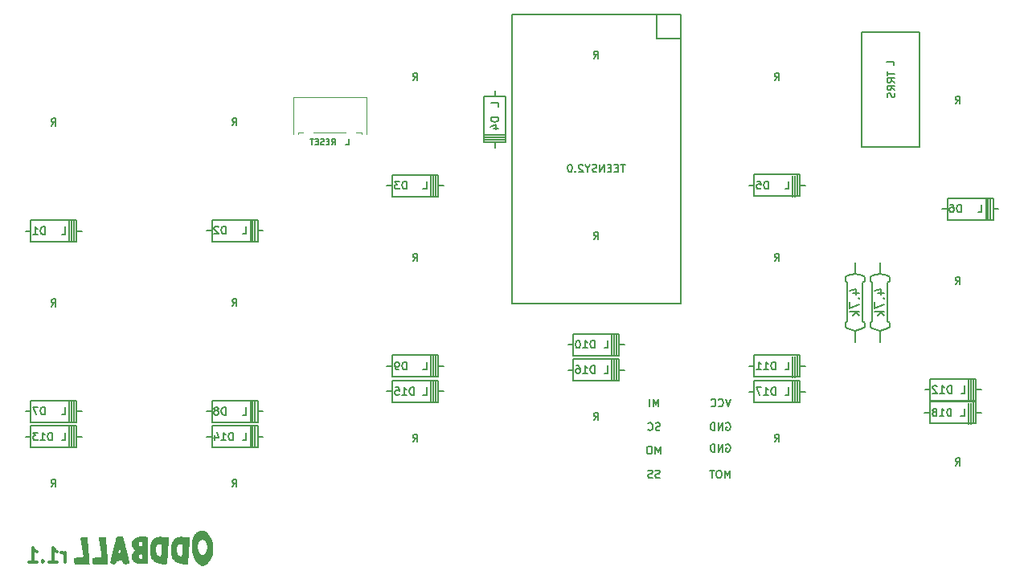
<source format=gbr>
G04 #@! TF.GenerationSoftware,KiCad,Pcbnew,(5.1.0)-1*
G04 #@! TF.CreationDate,2020-09-20T22:55:29+10:00*
G04 #@! TF.ProjectId,oddball,6f646462-616c-46c2-9e6b-696361645f70,rev?*
G04 #@! TF.SameCoordinates,Original*
G04 #@! TF.FileFunction,Legend,Bot*
G04 #@! TF.FilePolarity,Positive*
%FSLAX46Y46*%
G04 Gerber Fmt 4.6, Leading zero omitted, Abs format (unit mm)*
G04 Created by KiCad (PCBNEW (5.1.0)-1) date 2020-09-20 22:55:29*
%MOMM*%
%LPD*%
G04 APERTURE LIST*
%ADD10C,0.150000*%
%ADD11C,0.300000*%
%ADD12C,0.203200*%
%ADD13C,0.010000*%
%ADD14C,0.120000*%
%ADD15C,0.200000*%
G04 APERTURE END LIST*
D10*
X144359523Y-105573809D02*
X144245238Y-105611904D01*
X144054761Y-105611904D01*
X143978571Y-105573809D01*
X143940476Y-105535714D01*
X143902380Y-105459523D01*
X143902380Y-105383333D01*
X143940476Y-105307142D01*
X143978571Y-105269047D01*
X144054761Y-105230952D01*
X144207142Y-105192857D01*
X144283333Y-105154761D01*
X144321428Y-105116666D01*
X144359523Y-105040476D01*
X144359523Y-104964285D01*
X144321428Y-104888095D01*
X144283333Y-104850000D01*
X144207142Y-104811904D01*
X144016666Y-104811904D01*
X143902380Y-104850000D01*
X143597619Y-105573809D02*
X143483333Y-105611904D01*
X143292857Y-105611904D01*
X143216666Y-105573809D01*
X143178571Y-105535714D01*
X143140476Y-105459523D01*
X143140476Y-105383333D01*
X143178571Y-105307142D01*
X143216666Y-105269047D01*
X143292857Y-105230952D01*
X143445238Y-105192857D01*
X143521428Y-105154761D01*
X143559523Y-105116666D01*
X143597619Y-105040476D01*
X143597619Y-104964285D01*
X143559523Y-104888095D01*
X143521428Y-104850000D01*
X143445238Y-104811904D01*
X143254761Y-104811904D01*
X143140476Y-104850000D01*
X144435714Y-103111904D02*
X144435714Y-102311904D01*
X144169047Y-102883333D01*
X143902380Y-102311904D01*
X143902380Y-103111904D01*
X143369047Y-102311904D02*
X143216666Y-102311904D01*
X143140476Y-102350000D01*
X143064285Y-102426190D01*
X143026190Y-102578571D01*
X143026190Y-102845238D01*
X143064285Y-102997619D01*
X143140476Y-103073809D01*
X143216666Y-103111904D01*
X143369047Y-103111904D01*
X143445238Y-103073809D01*
X143521428Y-102997619D01*
X143559523Y-102845238D01*
X143559523Y-102578571D01*
X143521428Y-102426190D01*
X143445238Y-102350000D01*
X143369047Y-102311904D01*
X144378571Y-100573809D02*
X144264285Y-100611904D01*
X144073809Y-100611904D01*
X143997619Y-100573809D01*
X143959523Y-100535714D01*
X143921428Y-100459523D01*
X143921428Y-100383333D01*
X143959523Y-100307142D01*
X143997619Y-100269047D01*
X144073809Y-100230952D01*
X144226190Y-100192857D01*
X144302380Y-100154761D01*
X144340476Y-100116666D01*
X144378571Y-100040476D01*
X144378571Y-99964285D01*
X144340476Y-99888095D01*
X144302380Y-99850000D01*
X144226190Y-99811904D01*
X144035714Y-99811904D01*
X143921428Y-99850000D01*
X143121428Y-100535714D02*
X143159523Y-100573809D01*
X143273809Y-100611904D01*
X143350000Y-100611904D01*
X143464285Y-100573809D01*
X143540476Y-100497619D01*
X143578571Y-100421428D01*
X143616666Y-100269047D01*
X143616666Y-100154761D01*
X143578571Y-100002380D01*
X143540476Y-99926190D01*
X143464285Y-99850000D01*
X143350000Y-99811904D01*
X143273809Y-99811904D01*
X143159523Y-99850000D01*
X143121428Y-99888095D01*
X144207142Y-98111904D02*
X144207142Y-97311904D01*
X143940476Y-97883333D01*
X143673809Y-97311904D01*
X143673809Y-98111904D01*
X143292857Y-98111904D02*
X143292857Y-97311904D01*
X151740476Y-105611904D02*
X151740476Y-104811904D01*
X151473809Y-105383333D01*
X151207142Y-104811904D01*
X151207142Y-105611904D01*
X150673809Y-104811904D02*
X150521428Y-104811904D01*
X150445238Y-104850000D01*
X150369047Y-104926190D01*
X150330952Y-105078571D01*
X150330952Y-105345238D01*
X150369047Y-105497619D01*
X150445238Y-105573809D01*
X150521428Y-105611904D01*
X150673809Y-105611904D01*
X150750000Y-105573809D01*
X150826190Y-105497619D01*
X150864285Y-105345238D01*
X150864285Y-105078571D01*
X150826190Y-104926190D01*
X150750000Y-104850000D01*
X150673809Y-104811904D01*
X150102380Y-104811904D02*
X149645238Y-104811904D01*
X149873809Y-105611904D02*
X149873809Y-104811904D01*
X151359523Y-102100000D02*
X151435714Y-102061904D01*
X151550000Y-102061904D01*
X151664285Y-102100000D01*
X151740476Y-102176190D01*
X151778571Y-102252380D01*
X151816666Y-102404761D01*
X151816666Y-102519047D01*
X151778571Y-102671428D01*
X151740476Y-102747619D01*
X151664285Y-102823809D01*
X151550000Y-102861904D01*
X151473809Y-102861904D01*
X151359523Y-102823809D01*
X151321428Y-102785714D01*
X151321428Y-102519047D01*
X151473809Y-102519047D01*
X150978571Y-102861904D02*
X150978571Y-102061904D01*
X150521428Y-102861904D01*
X150521428Y-102061904D01*
X150140476Y-102861904D02*
X150140476Y-102061904D01*
X149950000Y-102061904D01*
X149835714Y-102100000D01*
X149759523Y-102176190D01*
X149721428Y-102252380D01*
X149683333Y-102404761D01*
X149683333Y-102519047D01*
X149721428Y-102671428D01*
X149759523Y-102747619D01*
X149835714Y-102823809D01*
X149950000Y-102861904D01*
X150140476Y-102861904D01*
X151359523Y-99850000D02*
X151435714Y-99811904D01*
X151550000Y-99811904D01*
X151664285Y-99850000D01*
X151740476Y-99926190D01*
X151778571Y-100002380D01*
X151816666Y-100154761D01*
X151816666Y-100269047D01*
X151778571Y-100421428D01*
X151740476Y-100497619D01*
X151664285Y-100573809D01*
X151550000Y-100611904D01*
X151473809Y-100611904D01*
X151359523Y-100573809D01*
X151321428Y-100535714D01*
X151321428Y-100269047D01*
X151473809Y-100269047D01*
X150978571Y-100611904D02*
X150978571Y-99811904D01*
X150521428Y-100611904D01*
X150521428Y-99811904D01*
X150140476Y-100611904D02*
X150140476Y-99811904D01*
X149950000Y-99811904D01*
X149835714Y-99850000D01*
X149759523Y-99926190D01*
X149721428Y-100002380D01*
X149683333Y-100154761D01*
X149683333Y-100269047D01*
X149721428Y-100421428D01*
X149759523Y-100497619D01*
X149835714Y-100573809D01*
X149950000Y-100611904D01*
X150140476Y-100611904D01*
X151816666Y-97311904D02*
X151550000Y-98111904D01*
X151283333Y-97311904D01*
X150559523Y-98035714D02*
X150597619Y-98073809D01*
X150711904Y-98111904D01*
X150788095Y-98111904D01*
X150902380Y-98073809D01*
X150978571Y-97997619D01*
X151016666Y-97921428D01*
X151054761Y-97769047D01*
X151054761Y-97654761D01*
X151016666Y-97502380D01*
X150978571Y-97426190D01*
X150902380Y-97350000D01*
X150788095Y-97311904D01*
X150711904Y-97311904D01*
X150597619Y-97350000D01*
X150559523Y-97388095D01*
X149759523Y-98035714D02*
X149797619Y-98073809D01*
X149911904Y-98111904D01*
X149988095Y-98111904D01*
X150102380Y-98073809D01*
X150178571Y-97997619D01*
X150216666Y-97921428D01*
X150254761Y-97769047D01*
X150254761Y-97654761D01*
X150216666Y-97502380D01*
X150178571Y-97426190D01*
X150102380Y-97350000D01*
X149988095Y-97311904D01*
X149911904Y-97311904D01*
X149797619Y-97350000D01*
X149759523Y-97388095D01*
D11*
X81743857Y-114470571D02*
X81743857Y-113470571D01*
X81743857Y-113756285D02*
X81672428Y-113613428D01*
X81601000Y-113542000D01*
X81458142Y-113470571D01*
X81315285Y-113470571D01*
X80029571Y-114470571D02*
X80886714Y-114470571D01*
X80458142Y-114470571D02*
X80458142Y-112970571D01*
X80601000Y-113184857D01*
X80743857Y-113327714D01*
X80886714Y-113399142D01*
X79386714Y-114327714D02*
X79315285Y-114399142D01*
X79386714Y-114470571D01*
X79458142Y-114399142D01*
X79386714Y-114327714D01*
X79386714Y-114470571D01*
X77886714Y-114470571D02*
X78743857Y-114470571D01*
X78315285Y-114470571D02*
X78315285Y-112970571D01*
X78458142Y-113184857D01*
X78601000Y-113327714D01*
X78743857Y-113399142D01*
D12*
X127000000Y-70223000D02*
X127000000Y-70794500D01*
X127000000Y-65397000D02*
X127000000Y-64825500D01*
X128143000Y-65397000D02*
X125857000Y-65397000D01*
X125857000Y-70223000D02*
X128143000Y-70223000D01*
X125857000Y-65397000D02*
X125857000Y-70223000D01*
X128143000Y-70223000D02*
X128143000Y-65397000D01*
D10*
X125900000Y-69960000D02*
X128100000Y-69960000D01*
X125850000Y-69460000D02*
X128050000Y-69460000D01*
X128050000Y-69710000D02*
X125850000Y-69710000D01*
D12*
X82933000Y-79590000D02*
X83504500Y-79590000D01*
X78107000Y-79590000D02*
X77535500Y-79590000D01*
X78107000Y-78447000D02*
X78107000Y-80733000D01*
X82933000Y-80733000D02*
X82933000Y-78447000D01*
X78107000Y-80733000D02*
X82933000Y-80733000D01*
X82933000Y-78447000D02*
X78107000Y-78447000D01*
D10*
X82670000Y-80690000D02*
X82670000Y-78490000D01*
X82170000Y-80740000D02*
X82170000Y-78540000D01*
X82420000Y-78540000D02*
X82420000Y-80740000D01*
D12*
X102003000Y-79550000D02*
X102574500Y-79550000D01*
X97177000Y-79550000D02*
X96605500Y-79550000D01*
X97177000Y-78407000D02*
X97177000Y-80693000D01*
X102003000Y-80693000D02*
X102003000Y-78407000D01*
X97177000Y-80693000D02*
X102003000Y-80693000D01*
X102003000Y-78407000D02*
X97177000Y-78407000D01*
D10*
X101740000Y-80650000D02*
X101740000Y-78450000D01*
X101240000Y-80700000D02*
X101240000Y-78500000D01*
X101490000Y-78500000D02*
X101490000Y-80700000D01*
D12*
X121023000Y-74800000D02*
X121594500Y-74800000D01*
X116197000Y-74800000D02*
X115625500Y-74800000D01*
X116197000Y-73657000D02*
X116197000Y-75943000D01*
X121023000Y-75943000D02*
X121023000Y-73657000D01*
X116197000Y-75943000D02*
X121023000Y-75943000D01*
X121023000Y-73657000D02*
X116197000Y-73657000D01*
D10*
X120760000Y-75900000D02*
X120760000Y-73700000D01*
X120260000Y-75950000D02*
X120260000Y-73750000D01*
X120510000Y-73750000D02*
X120510000Y-75950000D01*
D12*
X159133000Y-74790000D02*
X159704500Y-74790000D01*
X154307000Y-74790000D02*
X153735500Y-74790000D01*
X154307000Y-73647000D02*
X154307000Y-75933000D01*
X159133000Y-75933000D02*
X159133000Y-73647000D01*
X154307000Y-75933000D02*
X159133000Y-75933000D01*
X159133000Y-73647000D02*
X154307000Y-73647000D01*
D10*
X158870000Y-75890000D02*
X158870000Y-73690000D01*
X158370000Y-75940000D02*
X158370000Y-73740000D01*
X158620000Y-73740000D02*
X158620000Y-75940000D01*
D12*
X179473000Y-77250000D02*
X180044500Y-77250000D01*
X174647000Y-77250000D02*
X174075500Y-77250000D01*
X174647000Y-76107000D02*
X174647000Y-78393000D01*
X179473000Y-78393000D02*
X179473000Y-76107000D01*
X174647000Y-78393000D02*
X179473000Y-78393000D01*
X179473000Y-76107000D02*
X174647000Y-76107000D01*
D10*
X179210000Y-78350000D02*
X179210000Y-76150000D01*
X178710000Y-78400000D02*
X178710000Y-76200000D01*
X178960000Y-76200000D02*
X178960000Y-78400000D01*
D12*
X82933000Y-98600000D02*
X83504500Y-98600000D01*
X78107000Y-98600000D02*
X77535500Y-98600000D01*
X78107000Y-97457000D02*
X78107000Y-99743000D01*
X82933000Y-99743000D02*
X82933000Y-97457000D01*
X78107000Y-99743000D02*
X82933000Y-99743000D01*
X82933000Y-97457000D02*
X78107000Y-97457000D01*
D10*
X82670000Y-99700000D02*
X82670000Y-97500000D01*
X82170000Y-99750000D02*
X82170000Y-97550000D01*
X82420000Y-97550000D02*
X82420000Y-99750000D01*
D12*
X102003000Y-98610000D02*
X102574500Y-98610000D01*
X97177000Y-98610000D02*
X96605500Y-98610000D01*
X97177000Y-97467000D02*
X97177000Y-99753000D01*
X102003000Y-99753000D02*
X102003000Y-97467000D01*
X97177000Y-99753000D02*
X102003000Y-99753000D01*
X102003000Y-97467000D02*
X97177000Y-97467000D01*
D10*
X101740000Y-99710000D02*
X101740000Y-97510000D01*
X101240000Y-99760000D02*
X101240000Y-97560000D01*
X101490000Y-97560000D02*
X101490000Y-99760000D01*
D12*
X121023000Y-93830000D02*
X121594500Y-93830000D01*
X116197000Y-93830000D02*
X115625500Y-93830000D01*
X116197000Y-92687000D02*
X116197000Y-94973000D01*
X121023000Y-94973000D02*
X121023000Y-92687000D01*
X116197000Y-94973000D02*
X121023000Y-94973000D01*
X121023000Y-92687000D02*
X116197000Y-92687000D01*
D10*
X120760000Y-94930000D02*
X120760000Y-92730000D01*
X120260000Y-94980000D02*
X120260000Y-92780000D01*
X120510000Y-92780000D02*
X120510000Y-94980000D01*
D12*
X140083000Y-91570000D02*
X140654500Y-91570000D01*
X135257000Y-91570000D02*
X134685500Y-91570000D01*
X135257000Y-90427000D02*
X135257000Y-92713000D01*
X140083000Y-92713000D02*
X140083000Y-90427000D01*
X135257000Y-92713000D02*
X140083000Y-92713000D01*
X140083000Y-90427000D02*
X135257000Y-90427000D01*
D10*
X139820000Y-92670000D02*
X139820000Y-90470000D01*
X139320000Y-92720000D02*
X139320000Y-90520000D01*
X139570000Y-90520000D02*
X139570000Y-92720000D01*
D12*
X159133000Y-93840000D02*
X159704500Y-93840000D01*
X154307000Y-93840000D02*
X153735500Y-93840000D01*
X154307000Y-92697000D02*
X154307000Y-94983000D01*
X159133000Y-94983000D02*
X159133000Y-92697000D01*
X154307000Y-94983000D02*
X159133000Y-94983000D01*
X159133000Y-92697000D02*
X154307000Y-92697000D01*
D10*
X158870000Y-94940000D02*
X158870000Y-92740000D01*
X158370000Y-94990000D02*
X158370000Y-92790000D01*
X158620000Y-92790000D02*
X158620000Y-94990000D01*
D12*
X177683000Y-96320000D02*
X178254500Y-96320000D01*
X172857000Y-96320000D02*
X172285500Y-96320000D01*
X172857000Y-95177000D02*
X172857000Y-97463000D01*
X177683000Y-97463000D02*
X177683000Y-95177000D01*
X172857000Y-97463000D02*
X177683000Y-97463000D01*
X177683000Y-95177000D02*
X172857000Y-95177000D01*
D10*
X177420000Y-97420000D02*
X177420000Y-95220000D01*
X176920000Y-97470000D02*
X176920000Y-95270000D01*
X177170000Y-95270000D02*
X177170000Y-97470000D01*
D12*
X82933000Y-101270000D02*
X83504500Y-101270000D01*
X78107000Y-101270000D02*
X77535500Y-101270000D01*
X78107000Y-100127000D02*
X78107000Y-102413000D01*
X82933000Y-102413000D02*
X82933000Y-100127000D01*
X78107000Y-102413000D02*
X82933000Y-102413000D01*
X82933000Y-100127000D02*
X78107000Y-100127000D01*
D10*
X82670000Y-102370000D02*
X82670000Y-100170000D01*
X82170000Y-102420000D02*
X82170000Y-100220000D01*
X82420000Y-100220000D02*
X82420000Y-102420000D01*
D12*
X102003000Y-101280000D02*
X102574500Y-101280000D01*
X97177000Y-101280000D02*
X96605500Y-101280000D01*
X97177000Y-100137000D02*
X97177000Y-102423000D01*
X102003000Y-102423000D02*
X102003000Y-100137000D01*
X97177000Y-102423000D02*
X102003000Y-102423000D01*
X102003000Y-100137000D02*
X97177000Y-100137000D01*
D10*
X101740000Y-102380000D02*
X101740000Y-100180000D01*
X101240000Y-102430000D02*
X101240000Y-100230000D01*
X101490000Y-100230000D02*
X101490000Y-102430000D01*
D12*
X121023000Y-96510000D02*
X121594500Y-96510000D01*
X116197000Y-96510000D02*
X115625500Y-96510000D01*
X116197000Y-95367000D02*
X116197000Y-97653000D01*
X121023000Y-97653000D02*
X121023000Y-95367000D01*
X116197000Y-97653000D02*
X121023000Y-97653000D01*
X121023000Y-95367000D02*
X116197000Y-95367000D01*
D10*
X120760000Y-97610000D02*
X120760000Y-95410000D01*
X120260000Y-97660000D02*
X120260000Y-95460000D01*
X120510000Y-95460000D02*
X120510000Y-97660000D01*
D12*
X140083000Y-94230000D02*
X140654500Y-94230000D01*
X135257000Y-94230000D02*
X134685500Y-94230000D01*
X135257000Y-93087000D02*
X135257000Y-95373000D01*
X140083000Y-95373000D02*
X140083000Y-93087000D01*
X135257000Y-95373000D02*
X140083000Y-95373000D01*
X140083000Y-93087000D02*
X135257000Y-93087000D01*
D10*
X139820000Y-95330000D02*
X139820000Y-93130000D01*
X139320000Y-95380000D02*
X139320000Y-93180000D01*
X139570000Y-93180000D02*
X139570000Y-95380000D01*
D12*
X159133000Y-96520000D02*
X159704500Y-96520000D01*
X154307000Y-96520000D02*
X153735500Y-96520000D01*
X154307000Y-95377000D02*
X154307000Y-97663000D01*
X159133000Y-97663000D02*
X159133000Y-95377000D01*
X154307000Y-97663000D02*
X159133000Y-97663000D01*
X159133000Y-95377000D02*
X154307000Y-95377000D01*
D10*
X158870000Y-97620000D02*
X158870000Y-95420000D01*
X158370000Y-97670000D02*
X158370000Y-95470000D01*
X158620000Y-95470000D02*
X158620000Y-97670000D01*
D12*
X177663000Y-98750000D02*
X178234500Y-98750000D01*
X172837000Y-98750000D02*
X172265500Y-98750000D01*
X172837000Y-97607000D02*
X172837000Y-99893000D01*
X177663000Y-99893000D02*
X177663000Y-97607000D01*
X172837000Y-99893000D02*
X177663000Y-99893000D01*
X177663000Y-97607000D02*
X172837000Y-97607000D01*
D10*
X177400000Y-99850000D02*
X177400000Y-97650000D01*
X176900000Y-99900000D02*
X176900000Y-97700000D01*
X177150000Y-97700000D02*
X177150000Y-99900000D01*
X171750000Y-58600000D02*
X171750000Y-70700000D01*
X165650000Y-58600000D02*
X165650000Y-70700000D01*
X165650000Y-70700000D02*
X171750000Y-70700000D01*
X165650000Y-58600000D02*
X171750000Y-58600000D01*
X144000000Y-56760000D02*
X144000000Y-59300000D01*
X144000000Y-59300000D02*
X146540000Y-59300000D01*
X146540000Y-87240000D02*
X128760000Y-87240000D01*
X128760000Y-87240000D02*
X128760000Y-56760000D01*
X128760000Y-56760000D02*
X146540000Y-56760000D01*
X146540000Y-56760000D02*
X146540000Y-87240000D01*
D13*
G36*
X89878596Y-111800639D02*
G01*
X89875166Y-111800709D01*
X89763810Y-111805699D01*
X89655353Y-111815810D01*
X89550448Y-111830825D01*
X89449747Y-111850527D01*
X89353904Y-111874701D01*
X89263572Y-111903130D01*
X89179404Y-111935597D01*
X89102052Y-111971886D01*
X89032169Y-112011781D01*
X88970409Y-112055066D01*
X88917424Y-112101523D01*
X88894592Y-112125686D01*
X88844911Y-112188636D01*
X88804855Y-112254245D01*
X88774213Y-112323079D01*
X88752771Y-112395703D01*
X88740319Y-112472682D01*
X88736621Y-112546862D01*
X88740679Y-112628800D01*
X88753355Y-112706755D01*
X88774976Y-112781702D01*
X88805865Y-112854615D01*
X88846349Y-112926465D01*
X88879945Y-112975793D01*
X88890145Y-112988380D01*
X88906465Y-113006779D01*
X88927724Y-113029736D01*
X88952741Y-113055999D01*
X88980333Y-113084315D01*
X89009319Y-113113431D01*
X89016101Y-113120150D01*
X89126781Y-113229521D01*
X89040280Y-113323350D01*
X88991062Y-113377539D01*
X88948618Y-113426128D01*
X88912109Y-113470243D01*
X88880693Y-113511011D01*
X88853534Y-113549560D01*
X88829789Y-113587016D01*
X88808621Y-113624507D01*
X88792910Y-113655422D01*
X88765684Y-113717054D01*
X88746115Y-113774923D01*
X88733690Y-113831302D01*
X88727894Y-113888465D01*
X88727944Y-113942960D01*
X88733362Y-114002094D01*
X88744700Y-114058021D01*
X88762535Y-114112027D01*
X88787447Y-114165397D01*
X88820014Y-114219419D01*
X88860815Y-114275378D01*
X88897584Y-114319875D01*
X88955227Y-114378976D01*
X89020610Y-114431717D01*
X89093772Y-114478116D01*
X89174749Y-114518187D01*
X89263580Y-114551947D01*
X89360302Y-114579412D01*
X89464955Y-114600597D01*
X89577575Y-114615519D01*
X89607740Y-114618338D01*
X89639154Y-114620315D01*
X89679612Y-114621693D01*
X89728018Y-114622481D01*
X89783274Y-114622686D01*
X89844284Y-114622317D01*
X89909950Y-114621382D01*
X89979175Y-114619888D01*
X90050862Y-114617844D01*
X90123914Y-114615257D01*
X90144950Y-114614417D01*
X90331640Y-114606766D01*
X90331640Y-114093720D01*
X89869314Y-114093720D01*
X89869196Y-114129047D01*
X89868622Y-114159159D01*
X89867565Y-114182907D01*
X89865998Y-114199141D01*
X89863893Y-114206709D01*
X89863188Y-114207120D01*
X89856447Y-114206194D01*
X89841412Y-114203619D01*
X89819757Y-114199699D01*
X89793160Y-114194737D01*
X89763296Y-114189036D01*
X89763155Y-114189008D01*
X89697958Y-114175366D01*
X89641748Y-114161206D01*
X89593352Y-114146113D01*
X89551597Y-114129669D01*
X89515309Y-114111458D01*
X89483317Y-114091064D01*
X89479410Y-114088229D01*
X89442696Y-114055565D01*
X89415015Y-114018396D01*
X89396395Y-113976920D01*
X89386862Y-113931334D01*
X89386445Y-113881836D01*
X89395170Y-113828623D01*
X89413064Y-113771893D01*
X89430373Y-113731640D01*
X89450533Y-113697777D01*
X89476684Y-113669379D01*
X89509518Y-113646064D01*
X89549723Y-113627446D01*
X89597991Y-113613141D01*
X89655012Y-113602765D01*
X89663942Y-113601577D01*
X89712342Y-113598835D01*
X89756114Y-113603335D01*
X89793995Y-113614918D01*
X89802463Y-113618937D01*
X89819073Y-113628770D01*
X89830989Y-113639783D01*
X89839413Y-113654134D01*
X89845547Y-113673980D01*
X89850592Y-113701478D01*
X89851380Y-113706740D01*
X89854330Y-113730942D01*
X89857095Y-113761434D01*
X89859649Y-113797064D01*
X89861963Y-113836681D01*
X89864012Y-113879136D01*
X89865767Y-113923279D01*
X89867202Y-113967959D01*
X89868290Y-114012026D01*
X89869003Y-114054330D01*
X89869314Y-114093720D01*
X90331640Y-114093720D01*
X90331640Y-112474278D01*
X89866779Y-112474278D01*
X89866572Y-112511248D01*
X89865872Y-112548084D01*
X89864681Y-112583073D01*
X89863000Y-112614503D01*
X89860831Y-112640659D01*
X89860044Y-112647560D01*
X89853842Y-112691640D01*
X89847088Y-112726724D01*
X89839305Y-112753973D01*
X89830018Y-112774549D01*
X89818752Y-112789614D01*
X89805030Y-112800332D01*
X89795584Y-112805090D01*
X89758510Y-112817408D01*
X89712741Y-112826252D01*
X89658004Y-112831657D01*
X89594026Y-112833658D01*
X89574720Y-112833616D01*
X89544399Y-112833163D01*
X89522214Y-112832256D01*
X89506145Y-112830662D01*
X89494172Y-112828148D01*
X89484273Y-112824484D01*
X89480791Y-112822820D01*
X89466214Y-112812497D01*
X89453267Y-112796428D01*
X89441410Y-112773549D01*
X89430108Y-112742796D01*
X89418821Y-112703103D01*
X89417319Y-112697198D01*
X89402819Y-112630101D01*
X89395001Y-112570397D01*
X89393884Y-112517808D01*
X89399485Y-112472059D01*
X89411824Y-112432870D01*
X89430920Y-112399966D01*
X89438097Y-112391132D01*
X89467718Y-112364269D01*
X89506237Y-112340792D01*
X89552861Y-112321044D01*
X89606794Y-112305365D01*
X89661903Y-112294871D01*
X89698802Y-112289976D01*
X89728375Y-112287585D01*
X89753143Y-112287695D01*
X89775628Y-112290305D01*
X89795903Y-112294766D01*
X89825203Y-112306084D01*
X89846257Y-112322861D01*
X89859693Y-112345611D01*
X89860353Y-112347407D01*
X89862639Y-112359340D01*
X89864422Y-112379707D01*
X89865706Y-112406795D01*
X89866491Y-112438890D01*
X89866779Y-112474278D01*
X90331640Y-112474278D01*
X90331640Y-111845734D01*
X90295628Y-111837543D01*
X90230266Y-111824027D01*
X90166216Y-111813717D01*
X90101252Y-111806418D01*
X90033146Y-111801936D01*
X89959669Y-111800074D01*
X89878596Y-111800639D01*
X89878596Y-111800639D01*
G37*
X89878596Y-111800639D02*
X89875166Y-111800709D01*
X89763810Y-111805699D01*
X89655353Y-111815810D01*
X89550448Y-111830825D01*
X89449747Y-111850527D01*
X89353904Y-111874701D01*
X89263572Y-111903130D01*
X89179404Y-111935597D01*
X89102052Y-111971886D01*
X89032169Y-112011781D01*
X88970409Y-112055066D01*
X88917424Y-112101523D01*
X88894592Y-112125686D01*
X88844911Y-112188636D01*
X88804855Y-112254245D01*
X88774213Y-112323079D01*
X88752771Y-112395703D01*
X88740319Y-112472682D01*
X88736621Y-112546862D01*
X88740679Y-112628800D01*
X88753355Y-112706755D01*
X88774976Y-112781702D01*
X88805865Y-112854615D01*
X88846349Y-112926465D01*
X88879945Y-112975793D01*
X88890145Y-112988380D01*
X88906465Y-113006779D01*
X88927724Y-113029736D01*
X88952741Y-113055999D01*
X88980333Y-113084315D01*
X89009319Y-113113431D01*
X89016101Y-113120150D01*
X89126781Y-113229521D01*
X89040280Y-113323350D01*
X88991062Y-113377539D01*
X88948618Y-113426128D01*
X88912109Y-113470243D01*
X88880693Y-113511011D01*
X88853534Y-113549560D01*
X88829789Y-113587016D01*
X88808621Y-113624507D01*
X88792910Y-113655422D01*
X88765684Y-113717054D01*
X88746115Y-113774923D01*
X88733690Y-113831302D01*
X88727894Y-113888465D01*
X88727944Y-113942960D01*
X88733362Y-114002094D01*
X88744700Y-114058021D01*
X88762535Y-114112027D01*
X88787447Y-114165397D01*
X88820014Y-114219419D01*
X88860815Y-114275378D01*
X88897584Y-114319875D01*
X88955227Y-114378976D01*
X89020610Y-114431717D01*
X89093772Y-114478116D01*
X89174749Y-114518187D01*
X89263580Y-114551947D01*
X89360302Y-114579412D01*
X89464955Y-114600597D01*
X89577575Y-114615519D01*
X89607740Y-114618338D01*
X89639154Y-114620315D01*
X89679612Y-114621693D01*
X89728018Y-114622481D01*
X89783274Y-114622686D01*
X89844284Y-114622317D01*
X89909950Y-114621382D01*
X89979175Y-114619888D01*
X90050862Y-114617844D01*
X90123914Y-114615257D01*
X90144950Y-114614417D01*
X90331640Y-114606766D01*
X90331640Y-114093720D01*
X89869314Y-114093720D01*
X89869196Y-114129047D01*
X89868622Y-114159159D01*
X89867565Y-114182907D01*
X89865998Y-114199141D01*
X89863893Y-114206709D01*
X89863188Y-114207120D01*
X89856447Y-114206194D01*
X89841412Y-114203619D01*
X89819757Y-114199699D01*
X89793160Y-114194737D01*
X89763296Y-114189036D01*
X89763155Y-114189008D01*
X89697958Y-114175366D01*
X89641748Y-114161206D01*
X89593352Y-114146113D01*
X89551597Y-114129669D01*
X89515309Y-114111458D01*
X89483317Y-114091064D01*
X89479410Y-114088229D01*
X89442696Y-114055565D01*
X89415015Y-114018396D01*
X89396395Y-113976920D01*
X89386862Y-113931334D01*
X89386445Y-113881836D01*
X89395170Y-113828623D01*
X89413064Y-113771893D01*
X89430373Y-113731640D01*
X89450533Y-113697777D01*
X89476684Y-113669379D01*
X89509518Y-113646064D01*
X89549723Y-113627446D01*
X89597991Y-113613141D01*
X89655012Y-113602765D01*
X89663942Y-113601577D01*
X89712342Y-113598835D01*
X89756114Y-113603335D01*
X89793995Y-113614918D01*
X89802463Y-113618937D01*
X89819073Y-113628770D01*
X89830989Y-113639783D01*
X89839413Y-113654134D01*
X89845547Y-113673980D01*
X89850592Y-113701478D01*
X89851380Y-113706740D01*
X89854330Y-113730942D01*
X89857095Y-113761434D01*
X89859649Y-113797064D01*
X89861963Y-113836681D01*
X89864012Y-113879136D01*
X89865767Y-113923279D01*
X89867202Y-113967959D01*
X89868290Y-114012026D01*
X89869003Y-114054330D01*
X89869314Y-114093720D01*
X90331640Y-114093720D01*
X90331640Y-112474278D01*
X89866779Y-112474278D01*
X89866572Y-112511248D01*
X89865872Y-112548084D01*
X89864681Y-112583073D01*
X89863000Y-112614503D01*
X89860831Y-112640659D01*
X89860044Y-112647560D01*
X89853842Y-112691640D01*
X89847088Y-112726724D01*
X89839305Y-112753973D01*
X89830018Y-112774549D01*
X89818752Y-112789614D01*
X89805030Y-112800332D01*
X89795584Y-112805090D01*
X89758510Y-112817408D01*
X89712741Y-112826252D01*
X89658004Y-112831657D01*
X89594026Y-112833658D01*
X89574720Y-112833616D01*
X89544399Y-112833163D01*
X89522214Y-112832256D01*
X89506145Y-112830662D01*
X89494172Y-112828148D01*
X89484273Y-112824484D01*
X89480791Y-112822820D01*
X89466214Y-112812497D01*
X89453267Y-112796428D01*
X89441410Y-112773549D01*
X89430108Y-112742796D01*
X89418821Y-112703103D01*
X89417319Y-112697198D01*
X89402819Y-112630101D01*
X89395001Y-112570397D01*
X89393884Y-112517808D01*
X89399485Y-112472059D01*
X89411824Y-112432870D01*
X89430920Y-112399966D01*
X89438097Y-112391132D01*
X89467718Y-112364269D01*
X89506237Y-112340792D01*
X89552861Y-112321044D01*
X89606794Y-112305365D01*
X89661903Y-112294871D01*
X89698802Y-112289976D01*
X89728375Y-112287585D01*
X89753143Y-112287695D01*
X89775628Y-112290305D01*
X89795903Y-112294766D01*
X89825203Y-112306084D01*
X89846257Y-112322861D01*
X89859693Y-112345611D01*
X89860353Y-112347407D01*
X89862639Y-112359340D01*
X89864422Y-112379707D01*
X89865706Y-112406795D01*
X89866491Y-112438890D01*
X89866779Y-112474278D01*
X90331640Y-112474278D01*
X90331640Y-111845734D01*
X90295628Y-111837543D01*
X90230266Y-111824027D01*
X90166216Y-111813717D01*
X90101252Y-111806418D01*
X90033146Y-111801936D01*
X89959669Y-111800074D01*
X89878596Y-111800639D01*
G36*
X87565403Y-111791120D02*
G01*
X87513686Y-111794648D01*
X87463175Y-111799037D01*
X87435198Y-111801849D01*
X87402336Y-111805468D01*
X87366082Y-111809699D01*
X87327932Y-111814346D01*
X87289381Y-111819214D01*
X87251923Y-111824109D01*
X87217053Y-111828833D01*
X87186265Y-111833193D01*
X87161055Y-111836992D01*
X87142916Y-111840035D01*
X87133344Y-111842128D01*
X87133240Y-111842162D01*
X87128445Y-111847861D01*
X87123500Y-111859697D01*
X87122369Y-111863530D01*
X87109594Y-111911301D01*
X87094774Y-111967329D01*
X87078091Y-112030899D01*
X87059727Y-112101294D01*
X87039863Y-112177800D01*
X87018680Y-112259700D01*
X86996362Y-112346279D01*
X86973088Y-112436822D01*
X86949042Y-112530612D01*
X86924403Y-112626934D01*
X86899356Y-112725072D01*
X86874080Y-112824311D01*
X86848757Y-112923935D01*
X86823570Y-113023229D01*
X86798700Y-113121476D01*
X86774328Y-113217962D01*
X86750637Y-113311970D01*
X86727807Y-113402784D01*
X86706021Y-113489690D01*
X86685460Y-113571972D01*
X86666306Y-113648913D01*
X86648741Y-113719799D01*
X86632945Y-113783913D01*
X86619102Y-113840540D01*
X86607392Y-113888964D01*
X86597998Y-113928470D01*
X86595797Y-113937880D01*
X86572400Y-114040733D01*
X86552334Y-114134009D01*
X86535596Y-114217729D01*
X86522182Y-114291914D01*
X86512088Y-114356584D01*
X86505312Y-114411759D01*
X86501848Y-114457461D01*
X86501354Y-114478208D01*
X86502411Y-114511357D01*
X86506188Y-114536553D01*
X86513531Y-114555828D01*
X86525280Y-114571212D01*
X86542280Y-114584737D01*
X86546768Y-114587640D01*
X86572425Y-114601491D01*
X86601252Y-114612396D01*
X86634544Y-114620587D01*
X86673601Y-114626296D01*
X86719717Y-114629753D01*
X86774192Y-114631192D01*
X86790880Y-114631265D01*
X86826235Y-114631168D01*
X86853341Y-114630743D01*
X86874106Y-114629828D01*
X86890441Y-114628263D01*
X86904255Y-114625888D01*
X86917456Y-114622540D01*
X86926304Y-114619865D01*
X86947600Y-114612301D01*
X86963030Y-114603989D01*
X86976718Y-114592347D01*
X86985980Y-114582500D01*
X86994060Y-114573149D01*
X87001390Y-114563546D01*
X87008720Y-114552334D01*
X87016797Y-114538151D01*
X87026370Y-114519638D01*
X87038189Y-114495433D01*
X87053000Y-114464178D01*
X87063950Y-114440800D01*
X87086982Y-114398987D01*
X87112597Y-114366777D01*
X87141037Y-114343887D01*
X87153203Y-114337304D01*
X87181683Y-114325952D01*
X87217425Y-114315069D01*
X87258989Y-114304825D01*
X87304933Y-114295395D01*
X87353817Y-114286951D01*
X87404200Y-114279665D01*
X87454642Y-114273709D01*
X87503701Y-114269257D01*
X87549937Y-114266480D01*
X87591910Y-114265552D01*
X87628177Y-114266645D01*
X87657299Y-114269931D01*
X87675748Y-114274726D01*
X87696576Y-114285386D01*
X87715121Y-114300893D01*
X87731945Y-114322190D01*
X87747611Y-114350221D01*
X87762680Y-114385928D01*
X87777714Y-114430254D01*
X87786878Y-114461120D01*
X87801653Y-114508880D01*
X87816075Y-114546999D01*
X87830385Y-114575976D01*
X87844820Y-114596312D01*
X87856337Y-114606509D01*
X87870435Y-114613453D01*
X87889724Y-114619950D01*
X87904597Y-114623483D01*
X87921206Y-114625598D01*
X87946029Y-114627453D01*
X87977121Y-114629016D01*
X88012539Y-114630252D01*
X88050337Y-114631128D01*
X88088573Y-114631610D01*
X88125303Y-114631664D01*
X88158581Y-114631256D01*
X88186465Y-114630354D01*
X88207010Y-114628923D01*
X88208569Y-114628751D01*
X88263266Y-114620318D01*
X88308647Y-114608640D01*
X88345065Y-114593593D01*
X88372870Y-114575055D01*
X88379117Y-114569265D01*
X88388515Y-114558999D01*
X88393632Y-114549645D01*
X88395752Y-114537465D01*
X88396160Y-114519682D01*
X88394835Y-114496410D01*
X88390857Y-114463403D01*
X88384226Y-114420656D01*
X88374941Y-114368163D01*
X88362999Y-114305918D01*
X88348401Y-114233915D01*
X88331145Y-114152149D01*
X88311229Y-114060613D01*
X88288652Y-113959301D01*
X88263414Y-113848209D01*
X88235512Y-113727329D01*
X88204947Y-113596657D01*
X88175725Y-113473060D01*
X88157952Y-113398545D01*
X87542280Y-113398545D01*
X87540924Y-113440101D01*
X87536625Y-113473331D01*
X87528754Y-113499082D01*
X87516687Y-113518199D01*
X87499796Y-113531528D01*
X87477454Y-113539917D01*
X87449035Y-113544211D01*
X87413913Y-113545256D01*
X87395400Y-113544881D01*
X87366190Y-113543525D01*
X87344128Y-113541243D01*
X87326216Y-113537564D01*
X87309453Y-113532014D01*
X87306681Y-113530922D01*
X87283741Y-113519281D01*
X87267439Y-113504705D01*
X87257380Y-113485983D01*
X87253171Y-113461906D01*
X87254417Y-113431265D01*
X87260723Y-113392850D01*
X87261087Y-113391075D01*
X87278576Y-113319623D01*
X87301805Y-113247861D01*
X87331564Y-113173546D01*
X87357352Y-113117460D01*
X87377174Y-113079101D01*
X87395156Y-113050378D01*
X87411651Y-113031003D01*
X87427012Y-113020692D01*
X87441593Y-113019159D01*
X87455745Y-113026117D01*
X87462471Y-113032370D01*
X87480436Y-113057238D01*
X87496625Y-113091088D01*
X87510772Y-113132853D01*
X87522612Y-113181469D01*
X87531877Y-113235868D01*
X87538301Y-113294986D01*
X87541318Y-113347817D01*
X87542280Y-113398545D01*
X88157952Y-113398545D01*
X88135878Y-113306007D01*
X88097744Y-113147610D01*
X88061344Y-112997954D01*
X88026701Y-112857122D01*
X87993838Y-112725199D01*
X87962776Y-112602269D01*
X87933539Y-112488417D01*
X87906148Y-112383727D01*
X87880627Y-112288284D01*
X87856996Y-112202173D01*
X87835280Y-112125477D01*
X87815500Y-112058281D01*
X87797679Y-112000670D01*
X87781838Y-111952727D01*
X87768002Y-111914538D01*
X87756191Y-111886187D01*
X87752781Y-111879083D01*
X87735126Y-111848640D01*
X87715659Y-111823217D01*
X87695885Y-111804564D01*
X87681314Y-111795883D01*
X87665355Y-111791870D01*
X87640926Y-111789735D01*
X87607712Y-111789483D01*
X87565403Y-111791120D01*
X87565403Y-111791120D01*
G37*
X87565403Y-111791120D02*
X87513686Y-111794648D01*
X87463175Y-111799037D01*
X87435198Y-111801849D01*
X87402336Y-111805468D01*
X87366082Y-111809699D01*
X87327932Y-111814346D01*
X87289381Y-111819214D01*
X87251923Y-111824109D01*
X87217053Y-111828833D01*
X87186265Y-111833193D01*
X87161055Y-111836992D01*
X87142916Y-111840035D01*
X87133344Y-111842128D01*
X87133240Y-111842162D01*
X87128445Y-111847861D01*
X87123500Y-111859697D01*
X87122369Y-111863530D01*
X87109594Y-111911301D01*
X87094774Y-111967329D01*
X87078091Y-112030899D01*
X87059727Y-112101294D01*
X87039863Y-112177800D01*
X87018680Y-112259700D01*
X86996362Y-112346279D01*
X86973088Y-112436822D01*
X86949042Y-112530612D01*
X86924403Y-112626934D01*
X86899356Y-112725072D01*
X86874080Y-112824311D01*
X86848757Y-112923935D01*
X86823570Y-113023229D01*
X86798700Y-113121476D01*
X86774328Y-113217962D01*
X86750637Y-113311970D01*
X86727807Y-113402784D01*
X86706021Y-113489690D01*
X86685460Y-113571972D01*
X86666306Y-113648913D01*
X86648741Y-113719799D01*
X86632945Y-113783913D01*
X86619102Y-113840540D01*
X86607392Y-113888964D01*
X86597998Y-113928470D01*
X86595797Y-113937880D01*
X86572400Y-114040733D01*
X86552334Y-114134009D01*
X86535596Y-114217729D01*
X86522182Y-114291914D01*
X86512088Y-114356584D01*
X86505312Y-114411759D01*
X86501848Y-114457461D01*
X86501354Y-114478208D01*
X86502411Y-114511357D01*
X86506188Y-114536553D01*
X86513531Y-114555828D01*
X86525280Y-114571212D01*
X86542280Y-114584737D01*
X86546768Y-114587640D01*
X86572425Y-114601491D01*
X86601252Y-114612396D01*
X86634544Y-114620587D01*
X86673601Y-114626296D01*
X86719717Y-114629753D01*
X86774192Y-114631192D01*
X86790880Y-114631265D01*
X86826235Y-114631168D01*
X86853341Y-114630743D01*
X86874106Y-114629828D01*
X86890441Y-114628263D01*
X86904255Y-114625888D01*
X86917456Y-114622540D01*
X86926304Y-114619865D01*
X86947600Y-114612301D01*
X86963030Y-114603989D01*
X86976718Y-114592347D01*
X86985980Y-114582500D01*
X86994060Y-114573149D01*
X87001390Y-114563546D01*
X87008720Y-114552334D01*
X87016797Y-114538151D01*
X87026370Y-114519638D01*
X87038189Y-114495433D01*
X87053000Y-114464178D01*
X87063950Y-114440800D01*
X87086982Y-114398987D01*
X87112597Y-114366777D01*
X87141037Y-114343887D01*
X87153203Y-114337304D01*
X87181683Y-114325952D01*
X87217425Y-114315069D01*
X87258989Y-114304825D01*
X87304933Y-114295395D01*
X87353817Y-114286951D01*
X87404200Y-114279665D01*
X87454642Y-114273709D01*
X87503701Y-114269257D01*
X87549937Y-114266480D01*
X87591910Y-114265552D01*
X87628177Y-114266645D01*
X87657299Y-114269931D01*
X87675748Y-114274726D01*
X87696576Y-114285386D01*
X87715121Y-114300893D01*
X87731945Y-114322190D01*
X87747611Y-114350221D01*
X87762680Y-114385928D01*
X87777714Y-114430254D01*
X87786878Y-114461120D01*
X87801653Y-114508880D01*
X87816075Y-114546999D01*
X87830385Y-114575976D01*
X87844820Y-114596312D01*
X87856337Y-114606509D01*
X87870435Y-114613453D01*
X87889724Y-114619950D01*
X87904597Y-114623483D01*
X87921206Y-114625598D01*
X87946029Y-114627453D01*
X87977121Y-114629016D01*
X88012539Y-114630252D01*
X88050337Y-114631128D01*
X88088573Y-114631610D01*
X88125303Y-114631664D01*
X88158581Y-114631256D01*
X88186465Y-114630354D01*
X88207010Y-114628923D01*
X88208569Y-114628751D01*
X88263266Y-114620318D01*
X88308647Y-114608640D01*
X88345065Y-114593593D01*
X88372870Y-114575055D01*
X88379117Y-114569265D01*
X88388515Y-114558999D01*
X88393632Y-114549645D01*
X88395752Y-114537465D01*
X88396160Y-114519682D01*
X88394835Y-114496410D01*
X88390857Y-114463403D01*
X88384226Y-114420656D01*
X88374941Y-114368163D01*
X88362999Y-114305918D01*
X88348401Y-114233915D01*
X88331145Y-114152149D01*
X88311229Y-114060613D01*
X88288652Y-113959301D01*
X88263414Y-113848209D01*
X88235512Y-113727329D01*
X88204947Y-113596657D01*
X88175725Y-113473060D01*
X88157952Y-113398545D01*
X87542280Y-113398545D01*
X87540924Y-113440101D01*
X87536625Y-113473331D01*
X87528754Y-113499082D01*
X87516687Y-113518199D01*
X87499796Y-113531528D01*
X87477454Y-113539917D01*
X87449035Y-113544211D01*
X87413913Y-113545256D01*
X87395400Y-113544881D01*
X87366190Y-113543525D01*
X87344128Y-113541243D01*
X87326216Y-113537564D01*
X87309453Y-113532014D01*
X87306681Y-113530922D01*
X87283741Y-113519281D01*
X87267439Y-113504705D01*
X87257380Y-113485983D01*
X87253171Y-113461906D01*
X87254417Y-113431265D01*
X87260723Y-113392850D01*
X87261087Y-113391075D01*
X87278576Y-113319623D01*
X87301805Y-113247861D01*
X87331564Y-113173546D01*
X87357352Y-113117460D01*
X87377174Y-113079101D01*
X87395156Y-113050378D01*
X87411651Y-113031003D01*
X87427012Y-113020692D01*
X87441593Y-113019159D01*
X87455745Y-113026117D01*
X87462471Y-113032370D01*
X87480436Y-113057238D01*
X87496625Y-113091088D01*
X87510772Y-113132853D01*
X87522612Y-113181469D01*
X87531877Y-113235868D01*
X87538301Y-113294986D01*
X87541318Y-113347817D01*
X87542280Y-113398545D01*
X88157952Y-113398545D01*
X88135878Y-113306007D01*
X88097744Y-113147610D01*
X88061344Y-112997954D01*
X88026701Y-112857122D01*
X87993838Y-112725199D01*
X87962776Y-112602269D01*
X87933539Y-112488417D01*
X87906148Y-112383727D01*
X87880627Y-112288284D01*
X87856996Y-112202173D01*
X87835280Y-112125477D01*
X87815500Y-112058281D01*
X87797679Y-112000670D01*
X87781838Y-111952727D01*
X87768002Y-111914538D01*
X87756191Y-111886187D01*
X87752781Y-111879083D01*
X87735126Y-111848640D01*
X87715659Y-111823217D01*
X87695885Y-111804564D01*
X87681314Y-111795883D01*
X87665355Y-111791870D01*
X87640926Y-111789735D01*
X87607712Y-111789483D01*
X87565403Y-111791120D01*
G36*
X91671853Y-111830515D02*
G01*
X91613504Y-111832973D01*
X91559456Y-111837503D01*
X91508761Y-111844150D01*
X91460469Y-111852964D01*
X91413628Y-111863992D01*
X91367291Y-111877280D01*
X91348859Y-111883181D01*
X91276396Y-111909542D01*
X91211981Y-111938648D01*
X91153620Y-111971697D01*
X91099318Y-112009885D01*
X91047081Y-112054411D01*
X91019757Y-112080781D01*
X90961540Y-112145505D01*
X90908747Y-112217627D01*
X90861303Y-112297340D01*
X90819135Y-112384836D01*
X90782167Y-112480309D01*
X90750325Y-112583953D01*
X90723533Y-112695959D01*
X90701717Y-112816521D01*
X90684920Y-112944740D01*
X90676761Y-113032661D01*
X90670989Y-113123122D01*
X90667592Y-113214444D01*
X90666560Y-113304951D01*
X90667879Y-113392966D01*
X90671538Y-113476813D01*
X90677524Y-113554814D01*
X90685827Y-113625292D01*
X90689958Y-113651986D01*
X90712319Y-113761762D01*
X90741471Y-113864071D01*
X90777579Y-113959149D01*
X90820808Y-114047233D01*
X90871324Y-114128558D01*
X90929291Y-114203359D01*
X90994875Y-114271873D01*
X91068240Y-114334335D01*
X91149552Y-114390981D01*
X91238975Y-114442047D01*
X91245526Y-114445410D01*
X91314427Y-114478271D01*
X91385270Y-114507373D01*
X91459940Y-114533353D01*
X91540323Y-114556849D01*
X91628306Y-114578499D01*
X91659510Y-114585386D01*
X91714865Y-114596745D01*
X91774600Y-114608031D01*
X91836908Y-114618967D01*
X91899982Y-114629281D01*
X91962018Y-114638695D01*
X92021208Y-114646935D01*
X92075746Y-114653727D01*
X92123826Y-114658794D01*
X92160440Y-114661675D01*
X92185153Y-114663182D01*
X92209310Y-114664670D01*
X92228864Y-114665889D01*
X92234100Y-114666221D01*
X92253558Y-114666510D01*
X92276915Y-114665544D01*
X92292520Y-114664209D01*
X92315447Y-114661237D01*
X92330497Y-114657436D01*
X92339939Y-114651357D01*
X92346037Y-114641550D01*
X92350981Y-114626833D01*
X92358240Y-114597596D01*
X92365886Y-114558751D01*
X92373872Y-114510840D01*
X92382150Y-114454407D01*
X92390673Y-114389994D01*
X92399393Y-114318144D01*
X92408264Y-114239399D01*
X92417238Y-114154303D01*
X92426269Y-114063398D01*
X92435307Y-113967227D01*
X92444308Y-113866333D01*
X92453222Y-113761258D01*
X92462004Y-113652545D01*
X92470605Y-113540736D01*
X92478978Y-113426376D01*
X92487077Y-113310005D01*
X92494854Y-113192168D01*
X92502261Y-113073406D01*
X92509252Y-112954262D01*
X92514651Y-112855840D01*
X91906250Y-112855840D01*
X91905641Y-112939420D01*
X91903717Y-113023658D01*
X91900563Y-113107856D01*
X91896265Y-113191317D01*
X91890907Y-113273347D01*
X91884574Y-113353247D01*
X91877352Y-113430322D01*
X91869324Y-113503875D01*
X91860577Y-113573210D01*
X91851195Y-113637630D01*
X91841263Y-113696438D01*
X91830866Y-113748940D01*
X91820089Y-113794437D01*
X91809016Y-113832234D01*
X91797734Y-113861634D01*
X91786327Y-113881940D01*
X91780241Y-113888794D01*
X91761624Y-113899755D01*
X91735653Y-113907158D01*
X91704562Y-113910807D01*
X91670582Y-113910507D01*
X91635948Y-113906062D01*
X91621029Y-113902731D01*
X91566460Y-113884390D01*
X91511258Y-113857748D01*
X91457499Y-113824276D01*
X91407259Y-113785448D01*
X91362614Y-113742736D01*
X91325640Y-113697613D01*
X91319701Y-113688960D01*
X91292657Y-113641007D01*
X91269265Y-113584465D01*
X91249699Y-113520288D01*
X91234133Y-113449433D01*
X91222742Y-113372856D01*
X91215699Y-113291514D01*
X91213179Y-113206361D01*
X91215356Y-113118355D01*
X91215435Y-113116834D01*
X91221646Y-113024775D01*
X91230209Y-112940280D01*
X91241046Y-112863775D01*
X91254080Y-112795687D01*
X91269232Y-112736442D01*
X91286425Y-112686466D01*
X91298926Y-112658622D01*
X91316542Y-112629490D01*
X91336840Y-112605666D01*
X91358265Y-112588644D01*
X91379262Y-112579918D01*
X91381198Y-112579571D01*
X91402869Y-112576592D01*
X91432409Y-112573102D01*
X91467554Y-112569316D01*
X91506039Y-112565448D01*
X91545601Y-112561715D01*
X91583975Y-112558332D01*
X91618896Y-112555513D01*
X91648099Y-112553475D01*
X91665140Y-112552577D01*
X91692471Y-112551711D01*
X91713355Y-112551936D01*
X91731480Y-112553672D01*
X91750537Y-112557336D01*
X91774216Y-112563348D01*
X91784381Y-112566113D01*
X91809218Y-112573423D01*
X91832085Y-112581054D01*
X91850226Y-112588032D01*
X91859956Y-112592777D01*
X91871198Y-112601349D01*
X91880540Y-112612539D01*
X91888142Y-112627258D01*
X91894165Y-112646420D01*
X91898770Y-112670937D01*
X91902117Y-112701722D01*
X91904367Y-112739688D01*
X91905681Y-112785748D01*
X91906218Y-112840815D01*
X91906250Y-112855840D01*
X92514651Y-112855840D01*
X92515779Y-112835280D01*
X92521795Y-112717002D01*
X92527057Y-112604380D01*
X92528037Y-112578099D01*
X92528962Y-112545038D01*
X92529826Y-112506183D01*
X92530623Y-112462523D01*
X92531346Y-112415043D01*
X92531991Y-112364732D01*
X92532551Y-112312576D01*
X92533020Y-112259562D01*
X92533392Y-112206678D01*
X92533662Y-112154910D01*
X92533823Y-112105247D01*
X92533870Y-112058674D01*
X92533797Y-112016180D01*
X92533597Y-111978751D01*
X92533265Y-111947374D01*
X92532795Y-111923037D01*
X92532181Y-111906727D01*
X92531417Y-111899430D01*
X92531280Y-111899166D01*
X92525660Y-111897931D01*
X92511114Y-111895810D01*
X92488825Y-111892932D01*
X92459976Y-111889427D01*
X92425750Y-111885425D01*
X92387330Y-111881055D01*
X92345899Y-111876448D01*
X92302639Y-111871733D01*
X92258735Y-111867039D01*
X92215369Y-111862497D01*
X92173724Y-111858236D01*
X92134983Y-111854386D01*
X92100330Y-111851077D01*
X92070946Y-111848437D01*
X92061380Y-111847635D01*
X91967271Y-111840448D01*
X91882214Y-111835095D01*
X91805259Y-111831623D01*
X91735455Y-111830081D01*
X91671853Y-111830515D01*
X91671853Y-111830515D01*
G37*
X91671853Y-111830515D02*
X91613504Y-111832973D01*
X91559456Y-111837503D01*
X91508761Y-111844150D01*
X91460469Y-111852964D01*
X91413628Y-111863992D01*
X91367291Y-111877280D01*
X91348859Y-111883181D01*
X91276396Y-111909542D01*
X91211981Y-111938648D01*
X91153620Y-111971697D01*
X91099318Y-112009885D01*
X91047081Y-112054411D01*
X91019757Y-112080781D01*
X90961540Y-112145505D01*
X90908747Y-112217627D01*
X90861303Y-112297340D01*
X90819135Y-112384836D01*
X90782167Y-112480309D01*
X90750325Y-112583953D01*
X90723533Y-112695959D01*
X90701717Y-112816521D01*
X90684920Y-112944740D01*
X90676761Y-113032661D01*
X90670989Y-113123122D01*
X90667592Y-113214444D01*
X90666560Y-113304951D01*
X90667879Y-113392966D01*
X90671538Y-113476813D01*
X90677524Y-113554814D01*
X90685827Y-113625292D01*
X90689958Y-113651986D01*
X90712319Y-113761762D01*
X90741471Y-113864071D01*
X90777579Y-113959149D01*
X90820808Y-114047233D01*
X90871324Y-114128558D01*
X90929291Y-114203359D01*
X90994875Y-114271873D01*
X91068240Y-114334335D01*
X91149552Y-114390981D01*
X91238975Y-114442047D01*
X91245526Y-114445410D01*
X91314427Y-114478271D01*
X91385270Y-114507373D01*
X91459940Y-114533353D01*
X91540323Y-114556849D01*
X91628306Y-114578499D01*
X91659510Y-114585386D01*
X91714865Y-114596745D01*
X91774600Y-114608031D01*
X91836908Y-114618967D01*
X91899982Y-114629281D01*
X91962018Y-114638695D01*
X92021208Y-114646935D01*
X92075746Y-114653727D01*
X92123826Y-114658794D01*
X92160440Y-114661675D01*
X92185153Y-114663182D01*
X92209310Y-114664670D01*
X92228864Y-114665889D01*
X92234100Y-114666221D01*
X92253558Y-114666510D01*
X92276915Y-114665544D01*
X92292520Y-114664209D01*
X92315447Y-114661237D01*
X92330497Y-114657436D01*
X92339939Y-114651357D01*
X92346037Y-114641550D01*
X92350981Y-114626833D01*
X92358240Y-114597596D01*
X92365886Y-114558751D01*
X92373872Y-114510840D01*
X92382150Y-114454407D01*
X92390673Y-114389994D01*
X92399393Y-114318144D01*
X92408264Y-114239399D01*
X92417238Y-114154303D01*
X92426269Y-114063398D01*
X92435307Y-113967227D01*
X92444308Y-113866333D01*
X92453222Y-113761258D01*
X92462004Y-113652545D01*
X92470605Y-113540736D01*
X92478978Y-113426376D01*
X92487077Y-113310005D01*
X92494854Y-113192168D01*
X92502261Y-113073406D01*
X92509252Y-112954262D01*
X92514651Y-112855840D01*
X91906250Y-112855840D01*
X91905641Y-112939420D01*
X91903717Y-113023658D01*
X91900563Y-113107856D01*
X91896265Y-113191317D01*
X91890907Y-113273347D01*
X91884574Y-113353247D01*
X91877352Y-113430322D01*
X91869324Y-113503875D01*
X91860577Y-113573210D01*
X91851195Y-113637630D01*
X91841263Y-113696438D01*
X91830866Y-113748940D01*
X91820089Y-113794437D01*
X91809016Y-113832234D01*
X91797734Y-113861634D01*
X91786327Y-113881940D01*
X91780241Y-113888794D01*
X91761624Y-113899755D01*
X91735653Y-113907158D01*
X91704562Y-113910807D01*
X91670582Y-113910507D01*
X91635948Y-113906062D01*
X91621029Y-113902731D01*
X91566460Y-113884390D01*
X91511258Y-113857748D01*
X91457499Y-113824276D01*
X91407259Y-113785448D01*
X91362614Y-113742736D01*
X91325640Y-113697613D01*
X91319701Y-113688960D01*
X91292657Y-113641007D01*
X91269265Y-113584465D01*
X91249699Y-113520288D01*
X91234133Y-113449433D01*
X91222742Y-113372856D01*
X91215699Y-113291514D01*
X91213179Y-113206361D01*
X91215356Y-113118355D01*
X91215435Y-113116834D01*
X91221646Y-113024775D01*
X91230209Y-112940280D01*
X91241046Y-112863775D01*
X91254080Y-112795687D01*
X91269232Y-112736442D01*
X91286425Y-112686466D01*
X91298926Y-112658622D01*
X91316542Y-112629490D01*
X91336840Y-112605666D01*
X91358265Y-112588644D01*
X91379262Y-112579918D01*
X91381198Y-112579571D01*
X91402869Y-112576592D01*
X91432409Y-112573102D01*
X91467554Y-112569316D01*
X91506039Y-112565448D01*
X91545601Y-112561715D01*
X91583975Y-112558332D01*
X91618896Y-112555513D01*
X91648099Y-112553475D01*
X91665140Y-112552577D01*
X91692471Y-112551711D01*
X91713355Y-112551936D01*
X91731480Y-112553672D01*
X91750537Y-112557336D01*
X91774216Y-112563348D01*
X91784381Y-112566113D01*
X91809218Y-112573423D01*
X91832085Y-112581054D01*
X91850226Y-112588032D01*
X91859956Y-112592777D01*
X91871198Y-112601349D01*
X91880540Y-112612539D01*
X91888142Y-112627258D01*
X91894165Y-112646420D01*
X91898770Y-112670937D01*
X91902117Y-112701722D01*
X91904367Y-112739688D01*
X91905681Y-112785748D01*
X91906218Y-112840815D01*
X91906250Y-112855840D01*
X92514651Y-112855840D01*
X92515779Y-112835280D01*
X92521795Y-112717002D01*
X92527057Y-112604380D01*
X92528037Y-112578099D01*
X92528962Y-112545038D01*
X92529826Y-112506183D01*
X92530623Y-112462523D01*
X92531346Y-112415043D01*
X92531991Y-112364732D01*
X92532551Y-112312576D01*
X92533020Y-112259562D01*
X92533392Y-112206678D01*
X92533662Y-112154910D01*
X92533823Y-112105247D01*
X92533870Y-112058674D01*
X92533797Y-112016180D01*
X92533597Y-111978751D01*
X92533265Y-111947374D01*
X92532795Y-111923037D01*
X92532181Y-111906727D01*
X92531417Y-111899430D01*
X92531280Y-111899166D01*
X92525660Y-111897931D01*
X92511114Y-111895810D01*
X92488825Y-111892932D01*
X92459976Y-111889427D01*
X92425750Y-111885425D01*
X92387330Y-111881055D01*
X92345899Y-111876448D01*
X92302639Y-111871733D01*
X92258735Y-111867039D01*
X92215369Y-111862497D01*
X92173724Y-111858236D01*
X92134983Y-111854386D01*
X92100330Y-111851077D01*
X92070946Y-111848437D01*
X92061380Y-111847635D01*
X91967271Y-111840448D01*
X91882214Y-111835095D01*
X91805259Y-111831623D01*
X91735455Y-111830081D01*
X91671853Y-111830515D01*
G36*
X93876573Y-111830515D02*
G01*
X93818224Y-111832973D01*
X93764176Y-111837503D01*
X93713481Y-111844150D01*
X93665189Y-111852964D01*
X93618348Y-111863992D01*
X93572011Y-111877280D01*
X93553579Y-111883181D01*
X93481116Y-111909542D01*
X93416701Y-111938648D01*
X93358340Y-111971697D01*
X93304038Y-112009885D01*
X93251801Y-112054411D01*
X93224477Y-112080781D01*
X93166260Y-112145505D01*
X93113467Y-112217627D01*
X93066023Y-112297340D01*
X93023855Y-112384836D01*
X92986887Y-112480309D01*
X92955045Y-112583953D01*
X92928253Y-112695959D01*
X92906437Y-112816521D01*
X92889640Y-112944740D01*
X92881481Y-113032661D01*
X92875709Y-113123122D01*
X92872312Y-113214444D01*
X92871280Y-113304951D01*
X92872599Y-113392966D01*
X92876258Y-113476813D01*
X92882244Y-113554814D01*
X92890547Y-113625292D01*
X92894678Y-113651986D01*
X92917039Y-113761762D01*
X92946191Y-113864071D01*
X92982299Y-113959149D01*
X93025528Y-114047233D01*
X93076044Y-114128558D01*
X93134011Y-114203359D01*
X93199595Y-114271873D01*
X93272960Y-114334335D01*
X93354272Y-114390981D01*
X93443695Y-114442047D01*
X93450246Y-114445410D01*
X93519147Y-114478271D01*
X93589990Y-114507373D01*
X93664660Y-114533353D01*
X93745043Y-114556849D01*
X93833026Y-114578499D01*
X93864230Y-114585386D01*
X93919585Y-114596745D01*
X93979320Y-114608031D01*
X94041628Y-114618967D01*
X94104702Y-114629281D01*
X94166738Y-114638695D01*
X94225928Y-114646935D01*
X94280466Y-114653727D01*
X94328546Y-114658794D01*
X94365160Y-114661675D01*
X94389873Y-114663182D01*
X94414030Y-114664670D01*
X94433584Y-114665889D01*
X94438820Y-114666221D01*
X94458278Y-114666510D01*
X94481635Y-114665544D01*
X94497240Y-114664209D01*
X94520167Y-114661237D01*
X94535217Y-114657436D01*
X94544659Y-114651357D01*
X94550757Y-114641550D01*
X94555701Y-114626833D01*
X94562960Y-114597596D01*
X94570606Y-114558751D01*
X94578592Y-114510840D01*
X94586870Y-114454407D01*
X94595393Y-114389994D01*
X94604113Y-114318144D01*
X94612984Y-114239399D01*
X94621958Y-114154303D01*
X94630989Y-114063398D01*
X94640027Y-113967227D01*
X94649028Y-113866333D01*
X94657942Y-113761258D01*
X94666724Y-113652545D01*
X94675325Y-113540736D01*
X94683698Y-113426376D01*
X94691797Y-113310005D01*
X94699574Y-113192168D01*
X94706981Y-113073406D01*
X94713972Y-112954262D01*
X94719371Y-112855840D01*
X94110970Y-112855840D01*
X94110361Y-112939420D01*
X94108437Y-113023658D01*
X94105283Y-113107856D01*
X94100985Y-113191317D01*
X94095627Y-113273347D01*
X94089294Y-113353247D01*
X94082072Y-113430322D01*
X94074044Y-113503875D01*
X94065297Y-113573210D01*
X94055915Y-113637630D01*
X94045983Y-113696438D01*
X94035586Y-113748940D01*
X94024809Y-113794437D01*
X94013736Y-113832234D01*
X94002454Y-113861634D01*
X93991047Y-113881940D01*
X93984961Y-113888794D01*
X93966344Y-113899755D01*
X93940373Y-113907158D01*
X93909282Y-113910807D01*
X93875302Y-113910507D01*
X93840668Y-113906062D01*
X93825749Y-113902731D01*
X93771180Y-113884390D01*
X93715978Y-113857748D01*
X93662219Y-113824276D01*
X93611979Y-113785448D01*
X93567334Y-113742736D01*
X93530360Y-113697613D01*
X93524421Y-113688960D01*
X93497377Y-113641007D01*
X93473985Y-113584465D01*
X93454419Y-113520288D01*
X93438853Y-113449433D01*
X93427462Y-113372856D01*
X93420419Y-113291514D01*
X93417899Y-113206361D01*
X93420076Y-113118355D01*
X93420155Y-113116834D01*
X93426366Y-113024775D01*
X93434929Y-112940280D01*
X93445766Y-112863775D01*
X93458800Y-112795687D01*
X93473952Y-112736442D01*
X93491145Y-112686466D01*
X93503646Y-112658622D01*
X93521262Y-112629490D01*
X93541560Y-112605666D01*
X93562985Y-112588644D01*
X93583982Y-112579918D01*
X93585918Y-112579571D01*
X93607589Y-112576592D01*
X93637129Y-112573102D01*
X93672274Y-112569316D01*
X93710759Y-112565448D01*
X93750321Y-112561715D01*
X93788695Y-112558332D01*
X93823616Y-112555513D01*
X93852819Y-112553475D01*
X93869860Y-112552577D01*
X93897191Y-112551711D01*
X93918075Y-112551936D01*
X93936200Y-112553672D01*
X93955257Y-112557336D01*
X93978936Y-112563348D01*
X93989101Y-112566113D01*
X94013938Y-112573423D01*
X94036805Y-112581054D01*
X94054946Y-112588032D01*
X94064676Y-112592777D01*
X94075918Y-112601349D01*
X94085260Y-112612539D01*
X94092862Y-112627258D01*
X94098885Y-112646420D01*
X94103490Y-112670937D01*
X94106837Y-112701722D01*
X94109087Y-112739688D01*
X94110401Y-112785748D01*
X94110938Y-112840815D01*
X94110970Y-112855840D01*
X94719371Y-112855840D01*
X94720499Y-112835280D01*
X94726515Y-112717002D01*
X94731777Y-112604380D01*
X94732757Y-112578099D01*
X94733682Y-112545038D01*
X94734546Y-112506183D01*
X94735343Y-112462523D01*
X94736066Y-112415043D01*
X94736711Y-112364732D01*
X94737271Y-112312576D01*
X94737740Y-112259562D01*
X94738112Y-112206678D01*
X94738382Y-112154910D01*
X94738543Y-112105247D01*
X94738590Y-112058674D01*
X94738517Y-112016180D01*
X94738317Y-111978751D01*
X94737985Y-111947374D01*
X94737515Y-111923037D01*
X94736901Y-111906727D01*
X94736137Y-111899430D01*
X94736000Y-111899166D01*
X94730380Y-111897931D01*
X94715834Y-111895810D01*
X94693545Y-111892932D01*
X94664696Y-111889427D01*
X94630470Y-111885425D01*
X94592050Y-111881055D01*
X94550619Y-111876448D01*
X94507359Y-111871733D01*
X94463455Y-111867039D01*
X94420089Y-111862497D01*
X94378444Y-111858236D01*
X94339703Y-111854386D01*
X94305050Y-111851077D01*
X94275666Y-111848437D01*
X94266100Y-111847635D01*
X94171991Y-111840448D01*
X94086934Y-111835095D01*
X94009979Y-111831623D01*
X93940175Y-111830081D01*
X93876573Y-111830515D01*
X93876573Y-111830515D01*
G37*
X93876573Y-111830515D02*
X93818224Y-111832973D01*
X93764176Y-111837503D01*
X93713481Y-111844150D01*
X93665189Y-111852964D01*
X93618348Y-111863992D01*
X93572011Y-111877280D01*
X93553579Y-111883181D01*
X93481116Y-111909542D01*
X93416701Y-111938648D01*
X93358340Y-111971697D01*
X93304038Y-112009885D01*
X93251801Y-112054411D01*
X93224477Y-112080781D01*
X93166260Y-112145505D01*
X93113467Y-112217627D01*
X93066023Y-112297340D01*
X93023855Y-112384836D01*
X92986887Y-112480309D01*
X92955045Y-112583953D01*
X92928253Y-112695959D01*
X92906437Y-112816521D01*
X92889640Y-112944740D01*
X92881481Y-113032661D01*
X92875709Y-113123122D01*
X92872312Y-113214444D01*
X92871280Y-113304951D01*
X92872599Y-113392966D01*
X92876258Y-113476813D01*
X92882244Y-113554814D01*
X92890547Y-113625292D01*
X92894678Y-113651986D01*
X92917039Y-113761762D01*
X92946191Y-113864071D01*
X92982299Y-113959149D01*
X93025528Y-114047233D01*
X93076044Y-114128558D01*
X93134011Y-114203359D01*
X93199595Y-114271873D01*
X93272960Y-114334335D01*
X93354272Y-114390981D01*
X93443695Y-114442047D01*
X93450246Y-114445410D01*
X93519147Y-114478271D01*
X93589990Y-114507373D01*
X93664660Y-114533353D01*
X93745043Y-114556849D01*
X93833026Y-114578499D01*
X93864230Y-114585386D01*
X93919585Y-114596745D01*
X93979320Y-114608031D01*
X94041628Y-114618967D01*
X94104702Y-114629281D01*
X94166738Y-114638695D01*
X94225928Y-114646935D01*
X94280466Y-114653727D01*
X94328546Y-114658794D01*
X94365160Y-114661675D01*
X94389873Y-114663182D01*
X94414030Y-114664670D01*
X94433584Y-114665889D01*
X94438820Y-114666221D01*
X94458278Y-114666510D01*
X94481635Y-114665544D01*
X94497240Y-114664209D01*
X94520167Y-114661237D01*
X94535217Y-114657436D01*
X94544659Y-114651357D01*
X94550757Y-114641550D01*
X94555701Y-114626833D01*
X94562960Y-114597596D01*
X94570606Y-114558751D01*
X94578592Y-114510840D01*
X94586870Y-114454407D01*
X94595393Y-114389994D01*
X94604113Y-114318144D01*
X94612984Y-114239399D01*
X94621958Y-114154303D01*
X94630989Y-114063398D01*
X94640027Y-113967227D01*
X94649028Y-113866333D01*
X94657942Y-113761258D01*
X94666724Y-113652545D01*
X94675325Y-113540736D01*
X94683698Y-113426376D01*
X94691797Y-113310005D01*
X94699574Y-113192168D01*
X94706981Y-113073406D01*
X94713972Y-112954262D01*
X94719371Y-112855840D01*
X94110970Y-112855840D01*
X94110361Y-112939420D01*
X94108437Y-113023658D01*
X94105283Y-113107856D01*
X94100985Y-113191317D01*
X94095627Y-113273347D01*
X94089294Y-113353247D01*
X94082072Y-113430322D01*
X94074044Y-113503875D01*
X94065297Y-113573210D01*
X94055915Y-113637630D01*
X94045983Y-113696438D01*
X94035586Y-113748940D01*
X94024809Y-113794437D01*
X94013736Y-113832234D01*
X94002454Y-113861634D01*
X93991047Y-113881940D01*
X93984961Y-113888794D01*
X93966344Y-113899755D01*
X93940373Y-113907158D01*
X93909282Y-113910807D01*
X93875302Y-113910507D01*
X93840668Y-113906062D01*
X93825749Y-113902731D01*
X93771180Y-113884390D01*
X93715978Y-113857748D01*
X93662219Y-113824276D01*
X93611979Y-113785448D01*
X93567334Y-113742736D01*
X93530360Y-113697613D01*
X93524421Y-113688960D01*
X93497377Y-113641007D01*
X93473985Y-113584465D01*
X93454419Y-113520288D01*
X93438853Y-113449433D01*
X93427462Y-113372856D01*
X93420419Y-113291514D01*
X93417899Y-113206361D01*
X93420076Y-113118355D01*
X93420155Y-113116834D01*
X93426366Y-113024775D01*
X93434929Y-112940280D01*
X93445766Y-112863775D01*
X93458800Y-112795687D01*
X93473952Y-112736442D01*
X93491145Y-112686466D01*
X93503646Y-112658622D01*
X93521262Y-112629490D01*
X93541560Y-112605666D01*
X93562985Y-112588644D01*
X93583982Y-112579918D01*
X93585918Y-112579571D01*
X93607589Y-112576592D01*
X93637129Y-112573102D01*
X93672274Y-112569316D01*
X93710759Y-112565448D01*
X93750321Y-112561715D01*
X93788695Y-112558332D01*
X93823616Y-112555513D01*
X93852819Y-112553475D01*
X93869860Y-112552577D01*
X93897191Y-112551711D01*
X93918075Y-112551936D01*
X93936200Y-112553672D01*
X93955257Y-112557336D01*
X93978936Y-112563348D01*
X93989101Y-112566113D01*
X94013938Y-112573423D01*
X94036805Y-112581054D01*
X94054946Y-112588032D01*
X94064676Y-112592777D01*
X94075918Y-112601349D01*
X94085260Y-112612539D01*
X94092862Y-112627258D01*
X94098885Y-112646420D01*
X94103490Y-112670937D01*
X94106837Y-112701722D01*
X94109087Y-112739688D01*
X94110401Y-112785748D01*
X94110938Y-112840815D01*
X94110970Y-112855840D01*
X94719371Y-112855840D01*
X94720499Y-112835280D01*
X94726515Y-112717002D01*
X94731777Y-112604380D01*
X94732757Y-112578099D01*
X94733682Y-112545038D01*
X94734546Y-112506183D01*
X94735343Y-112462523D01*
X94736066Y-112415043D01*
X94736711Y-112364732D01*
X94737271Y-112312576D01*
X94737740Y-112259562D01*
X94738112Y-112206678D01*
X94738382Y-112154910D01*
X94738543Y-112105247D01*
X94738590Y-112058674D01*
X94738517Y-112016180D01*
X94738317Y-111978751D01*
X94737985Y-111947374D01*
X94737515Y-111923037D01*
X94736901Y-111906727D01*
X94736137Y-111899430D01*
X94736000Y-111899166D01*
X94730380Y-111897931D01*
X94715834Y-111895810D01*
X94693545Y-111892932D01*
X94664696Y-111889427D01*
X94630470Y-111885425D01*
X94592050Y-111881055D01*
X94550619Y-111876448D01*
X94507359Y-111871733D01*
X94463455Y-111867039D01*
X94420089Y-111862497D01*
X94378444Y-111858236D01*
X94339703Y-111854386D01*
X94305050Y-111851077D01*
X94275666Y-111848437D01*
X94266100Y-111847635D01*
X94171991Y-111840448D01*
X94086934Y-111835095D01*
X94009979Y-111831623D01*
X93940175Y-111830081D01*
X93876573Y-111830515D01*
G36*
X83883300Y-111870327D02*
G01*
X83812375Y-111870905D01*
X83743415Y-111872575D01*
X83677478Y-111875256D01*
X83615622Y-111878868D01*
X83558904Y-111883332D01*
X83508383Y-111888567D01*
X83465116Y-111894492D01*
X83430161Y-111901028D01*
X83410342Y-111906187D01*
X83391747Y-111912464D01*
X83380360Y-111918236D01*
X83373500Y-111925310D01*
X83369105Y-111933983D01*
X83364545Y-111952206D01*
X83362079Y-111979020D01*
X83361630Y-112013092D01*
X83363119Y-112053087D01*
X83366470Y-112097672D01*
X83371603Y-112145512D01*
X83378441Y-112195274D01*
X83386906Y-112245625D01*
X83387491Y-112248780D01*
X83391643Y-112271020D01*
X83397128Y-112300371D01*
X83403409Y-112333956D01*
X83409948Y-112368899D01*
X83414566Y-112393560D01*
X83421812Y-112433273D01*
X83429694Y-112478483D01*
X83438294Y-112529720D01*
X83447696Y-112587516D01*
X83457984Y-112652400D01*
X83469242Y-112724903D01*
X83481552Y-112805556D01*
X83494998Y-112894890D01*
X83509664Y-112993435D01*
X83519355Y-113059040D01*
X83533360Y-113153773D01*
X83546096Y-113239196D01*
X83557680Y-113316064D01*
X83568231Y-113385131D01*
X83577869Y-113447151D01*
X83586712Y-113502880D01*
X83594879Y-113553072D01*
X83602489Y-113598481D01*
X83609661Y-113639862D01*
X83616514Y-113677970D01*
X83619012Y-113691500D01*
X83629288Y-113752492D01*
X83635690Y-113804504D01*
X83638200Y-113847956D01*
X83636802Y-113883268D01*
X83631478Y-113910859D01*
X83622211Y-113931148D01*
X83608986Y-113944556D01*
X83608750Y-113944711D01*
X83588964Y-113954351D01*
X83559724Y-113963773D01*
X83521737Y-113972867D01*
X83475709Y-113981526D01*
X83422346Y-113989641D01*
X83362354Y-113997104D01*
X83296439Y-114003806D01*
X83225307Y-114009641D01*
X83156140Y-114014132D01*
X83076668Y-114019216D01*
X83001754Y-114025080D01*
X82932094Y-114031630D01*
X82868385Y-114038774D01*
X82811322Y-114046418D01*
X82761604Y-114054468D01*
X82719924Y-114062829D01*
X82686981Y-114071409D01*
X82663470Y-114080115D01*
X82662647Y-114080507D01*
X82650152Y-114087588D01*
X82641189Y-114096012D01*
X82635283Y-114107422D01*
X82631961Y-114123462D01*
X82630748Y-114145775D01*
X82631172Y-114176005D01*
X82631596Y-114188173D01*
X82632478Y-114206901D01*
X82633783Y-114225046D01*
X82635711Y-114243645D01*
X82638459Y-114263738D01*
X82642227Y-114286364D01*
X82647211Y-114312562D01*
X82653611Y-114343371D01*
X82661624Y-114379830D01*
X82671450Y-114422979D01*
X82683286Y-114473856D01*
X82697330Y-114533501D01*
X82698233Y-114537320D01*
X82725257Y-114651620D01*
X82762899Y-114655349D01*
X82772719Y-114655926D01*
X82792035Y-114656683D01*
X82820182Y-114657605D01*
X82856497Y-114658673D01*
X82900317Y-114659873D01*
X82950979Y-114661187D01*
X83007819Y-114662599D01*
X83070174Y-114664093D01*
X83137382Y-114665651D01*
X83208778Y-114667257D01*
X83283699Y-114668896D01*
X83361482Y-114670549D01*
X83425380Y-114671873D01*
X83506119Y-114673537D01*
X83585273Y-114675192D01*
X83662110Y-114676820D01*
X83735896Y-114678406D01*
X83805896Y-114679931D01*
X83871377Y-114681381D01*
X83931605Y-114682738D01*
X83985846Y-114683987D01*
X84033366Y-114685110D01*
X84073431Y-114686091D01*
X84105308Y-114686913D01*
X84128263Y-114687561D01*
X84138441Y-114687894D01*
X84226662Y-114691123D01*
X84223363Y-114651051D01*
X84222510Y-114640320D01*
X84220944Y-114620218D01*
X84218722Y-114591504D01*
X84215903Y-114554938D01*
X84212546Y-114511278D01*
X84208708Y-114461285D01*
X84204448Y-114405718D01*
X84199824Y-114345335D01*
X84194895Y-114280897D01*
X84189718Y-114213163D01*
X84184352Y-114142892D01*
X84182082Y-114113140D01*
X84168819Y-113940057D01*
X84155844Y-113772222D01*
X84143176Y-113609869D01*
X84130836Y-113453236D01*
X84118845Y-113302557D01*
X84107223Y-113158068D01*
X84095990Y-113020006D01*
X84085167Y-112888605D01*
X84074774Y-112764103D01*
X84064833Y-112646734D01*
X84055362Y-112536734D01*
X84046382Y-112434340D01*
X84037915Y-112339787D01*
X84029980Y-112253310D01*
X84022599Y-112175146D01*
X84015790Y-112105531D01*
X84009575Y-112044700D01*
X84003974Y-111992889D01*
X83999008Y-111950334D01*
X83994697Y-111917270D01*
X83991062Y-111893934D01*
X83988849Y-111883190D01*
X83985619Y-111870319D01*
X83883300Y-111870327D01*
X83883300Y-111870327D01*
G37*
X83883300Y-111870327D02*
X83812375Y-111870905D01*
X83743415Y-111872575D01*
X83677478Y-111875256D01*
X83615622Y-111878868D01*
X83558904Y-111883332D01*
X83508383Y-111888567D01*
X83465116Y-111894492D01*
X83430161Y-111901028D01*
X83410342Y-111906187D01*
X83391747Y-111912464D01*
X83380360Y-111918236D01*
X83373500Y-111925310D01*
X83369105Y-111933983D01*
X83364545Y-111952206D01*
X83362079Y-111979020D01*
X83361630Y-112013092D01*
X83363119Y-112053087D01*
X83366470Y-112097672D01*
X83371603Y-112145512D01*
X83378441Y-112195274D01*
X83386906Y-112245625D01*
X83387491Y-112248780D01*
X83391643Y-112271020D01*
X83397128Y-112300371D01*
X83403409Y-112333956D01*
X83409948Y-112368899D01*
X83414566Y-112393560D01*
X83421812Y-112433273D01*
X83429694Y-112478483D01*
X83438294Y-112529720D01*
X83447696Y-112587516D01*
X83457984Y-112652400D01*
X83469242Y-112724903D01*
X83481552Y-112805556D01*
X83494998Y-112894890D01*
X83509664Y-112993435D01*
X83519355Y-113059040D01*
X83533360Y-113153773D01*
X83546096Y-113239196D01*
X83557680Y-113316064D01*
X83568231Y-113385131D01*
X83577869Y-113447151D01*
X83586712Y-113502880D01*
X83594879Y-113553072D01*
X83602489Y-113598481D01*
X83609661Y-113639862D01*
X83616514Y-113677970D01*
X83619012Y-113691500D01*
X83629288Y-113752492D01*
X83635690Y-113804504D01*
X83638200Y-113847956D01*
X83636802Y-113883268D01*
X83631478Y-113910859D01*
X83622211Y-113931148D01*
X83608986Y-113944556D01*
X83608750Y-113944711D01*
X83588964Y-113954351D01*
X83559724Y-113963773D01*
X83521737Y-113972867D01*
X83475709Y-113981526D01*
X83422346Y-113989641D01*
X83362354Y-113997104D01*
X83296439Y-114003806D01*
X83225307Y-114009641D01*
X83156140Y-114014132D01*
X83076668Y-114019216D01*
X83001754Y-114025080D01*
X82932094Y-114031630D01*
X82868385Y-114038774D01*
X82811322Y-114046418D01*
X82761604Y-114054468D01*
X82719924Y-114062829D01*
X82686981Y-114071409D01*
X82663470Y-114080115D01*
X82662647Y-114080507D01*
X82650152Y-114087588D01*
X82641189Y-114096012D01*
X82635283Y-114107422D01*
X82631961Y-114123462D01*
X82630748Y-114145775D01*
X82631172Y-114176005D01*
X82631596Y-114188173D01*
X82632478Y-114206901D01*
X82633783Y-114225046D01*
X82635711Y-114243645D01*
X82638459Y-114263738D01*
X82642227Y-114286364D01*
X82647211Y-114312562D01*
X82653611Y-114343371D01*
X82661624Y-114379830D01*
X82671450Y-114422979D01*
X82683286Y-114473856D01*
X82697330Y-114533501D01*
X82698233Y-114537320D01*
X82725257Y-114651620D01*
X82762899Y-114655349D01*
X82772719Y-114655926D01*
X82792035Y-114656683D01*
X82820182Y-114657605D01*
X82856497Y-114658673D01*
X82900317Y-114659873D01*
X82950979Y-114661187D01*
X83007819Y-114662599D01*
X83070174Y-114664093D01*
X83137382Y-114665651D01*
X83208778Y-114667257D01*
X83283699Y-114668896D01*
X83361482Y-114670549D01*
X83425380Y-114671873D01*
X83506119Y-114673537D01*
X83585273Y-114675192D01*
X83662110Y-114676820D01*
X83735896Y-114678406D01*
X83805896Y-114679931D01*
X83871377Y-114681381D01*
X83931605Y-114682738D01*
X83985846Y-114683987D01*
X84033366Y-114685110D01*
X84073431Y-114686091D01*
X84105308Y-114686913D01*
X84128263Y-114687561D01*
X84138441Y-114687894D01*
X84226662Y-114691123D01*
X84223363Y-114651051D01*
X84222510Y-114640320D01*
X84220944Y-114620218D01*
X84218722Y-114591504D01*
X84215903Y-114554938D01*
X84212546Y-114511278D01*
X84208708Y-114461285D01*
X84204448Y-114405718D01*
X84199824Y-114345335D01*
X84194895Y-114280897D01*
X84189718Y-114213163D01*
X84184352Y-114142892D01*
X84182082Y-114113140D01*
X84168819Y-113940057D01*
X84155844Y-113772222D01*
X84143176Y-113609869D01*
X84130836Y-113453236D01*
X84118845Y-113302557D01*
X84107223Y-113158068D01*
X84095990Y-113020006D01*
X84085167Y-112888605D01*
X84074774Y-112764103D01*
X84064833Y-112646734D01*
X84055362Y-112536734D01*
X84046382Y-112434340D01*
X84037915Y-112339787D01*
X84029980Y-112253310D01*
X84022599Y-112175146D01*
X84015790Y-112105531D01*
X84009575Y-112044700D01*
X84003974Y-111992889D01*
X83999008Y-111950334D01*
X83994697Y-111917270D01*
X83991062Y-111893934D01*
X83988849Y-111883190D01*
X83985619Y-111870319D01*
X83883300Y-111870327D01*
G36*
X85818780Y-111870327D02*
G01*
X85747855Y-111870905D01*
X85678895Y-111872575D01*
X85612958Y-111875256D01*
X85551102Y-111878868D01*
X85494384Y-111883332D01*
X85443863Y-111888567D01*
X85400596Y-111894492D01*
X85365641Y-111901028D01*
X85345822Y-111906187D01*
X85327227Y-111912464D01*
X85315840Y-111918236D01*
X85308980Y-111925310D01*
X85304585Y-111933983D01*
X85300025Y-111952206D01*
X85297559Y-111979020D01*
X85297110Y-112013092D01*
X85298599Y-112053087D01*
X85301950Y-112097672D01*
X85307083Y-112145512D01*
X85313921Y-112195274D01*
X85322386Y-112245625D01*
X85322971Y-112248780D01*
X85327123Y-112271020D01*
X85332608Y-112300371D01*
X85338889Y-112333956D01*
X85345428Y-112368899D01*
X85350046Y-112393560D01*
X85357292Y-112433273D01*
X85365174Y-112478483D01*
X85373774Y-112529720D01*
X85383176Y-112587516D01*
X85393464Y-112652400D01*
X85404722Y-112724903D01*
X85417032Y-112805556D01*
X85430478Y-112894890D01*
X85445144Y-112993435D01*
X85454835Y-113059040D01*
X85468840Y-113153773D01*
X85481576Y-113239196D01*
X85493160Y-113316064D01*
X85503711Y-113385131D01*
X85513349Y-113447151D01*
X85522192Y-113502880D01*
X85530359Y-113553072D01*
X85537969Y-113598481D01*
X85545141Y-113639862D01*
X85551994Y-113677970D01*
X85554492Y-113691500D01*
X85564768Y-113752492D01*
X85571170Y-113804504D01*
X85573680Y-113847956D01*
X85572282Y-113883268D01*
X85566958Y-113910859D01*
X85557691Y-113931148D01*
X85544466Y-113944556D01*
X85544230Y-113944711D01*
X85524444Y-113954351D01*
X85495204Y-113963773D01*
X85457217Y-113972867D01*
X85411189Y-113981526D01*
X85357826Y-113989641D01*
X85297834Y-113997104D01*
X85231919Y-114003806D01*
X85160787Y-114009641D01*
X85091620Y-114014132D01*
X85012148Y-114019216D01*
X84937234Y-114025080D01*
X84867574Y-114031630D01*
X84803865Y-114038774D01*
X84746802Y-114046418D01*
X84697084Y-114054468D01*
X84655404Y-114062829D01*
X84622461Y-114071409D01*
X84598950Y-114080115D01*
X84598127Y-114080507D01*
X84585632Y-114087588D01*
X84576669Y-114096012D01*
X84570763Y-114107422D01*
X84567441Y-114123462D01*
X84566228Y-114145775D01*
X84566652Y-114176005D01*
X84567076Y-114188173D01*
X84567958Y-114206901D01*
X84569263Y-114225046D01*
X84571191Y-114243645D01*
X84573939Y-114263738D01*
X84577707Y-114286364D01*
X84582691Y-114312562D01*
X84589091Y-114343371D01*
X84597104Y-114379830D01*
X84606930Y-114422979D01*
X84618766Y-114473856D01*
X84632810Y-114533501D01*
X84633713Y-114537320D01*
X84660737Y-114651620D01*
X84698379Y-114655349D01*
X84708199Y-114655926D01*
X84727515Y-114656683D01*
X84755662Y-114657605D01*
X84791977Y-114658673D01*
X84835797Y-114659873D01*
X84886459Y-114661187D01*
X84943299Y-114662599D01*
X85005654Y-114664093D01*
X85072862Y-114665651D01*
X85144258Y-114667257D01*
X85219179Y-114668896D01*
X85296962Y-114670549D01*
X85360860Y-114671873D01*
X85441599Y-114673537D01*
X85520753Y-114675192D01*
X85597590Y-114676820D01*
X85671376Y-114678406D01*
X85741376Y-114679931D01*
X85806857Y-114681381D01*
X85867085Y-114682738D01*
X85921326Y-114683987D01*
X85968846Y-114685110D01*
X86008911Y-114686091D01*
X86040788Y-114686913D01*
X86063743Y-114687561D01*
X86073921Y-114687894D01*
X86162142Y-114691123D01*
X86158843Y-114651051D01*
X86157990Y-114640320D01*
X86156424Y-114620218D01*
X86154202Y-114591504D01*
X86151383Y-114554938D01*
X86148026Y-114511278D01*
X86144188Y-114461285D01*
X86139928Y-114405718D01*
X86135304Y-114345335D01*
X86130375Y-114280897D01*
X86125198Y-114213163D01*
X86119832Y-114142892D01*
X86117562Y-114113140D01*
X86104299Y-113940057D01*
X86091324Y-113772222D01*
X86078656Y-113609869D01*
X86066316Y-113453236D01*
X86054325Y-113302557D01*
X86042703Y-113158068D01*
X86031470Y-113020006D01*
X86020647Y-112888605D01*
X86010254Y-112764103D01*
X86000313Y-112646734D01*
X85990842Y-112536734D01*
X85981862Y-112434340D01*
X85973395Y-112339787D01*
X85965460Y-112253310D01*
X85958079Y-112175146D01*
X85951270Y-112105531D01*
X85945055Y-112044700D01*
X85939454Y-111992889D01*
X85934488Y-111950334D01*
X85930177Y-111917270D01*
X85926542Y-111893934D01*
X85924329Y-111883190D01*
X85921099Y-111870319D01*
X85818780Y-111870327D01*
X85818780Y-111870327D01*
G37*
X85818780Y-111870327D02*
X85747855Y-111870905D01*
X85678895Y-111872575D01*
X85612958Y-111875256D01*
X85551102Y-111878868D01*
X85494384Y-111883332D01*
X85443863Y-111888567D01*
X85400596Y-111894492D01*
X85365641Y-111901028D01*
X85345822Y-111906187D01*
X85327227Y-111912464D01*
X85315840Y-111918236D01*
X85308980Y-111925310D01*
X85304585Y-111933983D01*
X85300025Y-111952206D01*
X85297559Y-111979020D01*
X85297110Y-112013092D01*
X85298599Y-112053087D01*
X85301950Y-112097672D01*
X85307083Y-112145512D01*
X85313921Y-112195274D01*
X85322386Y-112245625D01*
X85322971Y-112248780D01*
X85327123Y-112271020D01*
X85332608Y-112300371D01*
X85338889Y-112333956D01*
X85345428Y-112368899D01*
X85350046Y-112393560D01*
X85357292Y-112433273D01*
X85365174Y-112478483D01*
X85373774Y-112529720D01*
X85383176Y-112587516D01*
X85393464Y-112652400D01*
X85404722Y-112724903D01*
X85417032Y-112805556D01*
X85430478Y-112894890D01*
X85445144Y-112993435D01*
X85454835Y-113059040D01*
X85468840Y-113153773D01*
X85481576Y-113239196D01*
X85493160Y-113316064D01*
X85503711Y-113385131D01*
X85513349Y-113447151D01*
X85522192Y-113502880D01*
X85530359Y-113553072D01*
X85537969Y-113598481D01*
X85545141Y-113639862D01*
X85551994Y-113677970D01*
X85554492Y-113691500D01*
X85564768Y-113752492D01*
X85571170Y-113804504D01*
X85573680Y-113847956D01*
X85572282Y-113883268D01*
X85566958Y-113910859D01*
X85557691Y-113931148D01*
X85544466Y-113944556D01*
X85544230Y-113944711D01*
X85524444Y-113954351D01*
X85495204Y-113963773D01*
X85457217Y-113972867D01*
X85411189Y-113981526D01*
X85357826Y-113989641D01*
X85297834Y-113997104D01*
X85231919Y-114003806D01*
X85160787Y-114009641D01*
X85091620Y-114014132D01*
X85012148Y-114019216D01*
X84937234Y-114025080D01*
X84867574Y-114031630D01*
X84803865Y-114038774D01*
X84746802Y-114046418D01*
X84697084Y-114054468D01*
X84655404Y-114062829D01*
X84622461Y-114071409D01*
X84598950Y-114080115D01*
X84598127Y-114080507D01*
X84585632Y-114087588D01*
X84576669Y-114096012D01*
X84570763Y-114107422D01*
X84567441Y-114123462D01*
X84566228Y-114145775D01*
X84566652Y-114176005D01*
X84567076Y-114188173D01*
X84567958Y-114206901D01*
X84569263Y-114225046D01*
X84571191Y-114243645D01*
X84573939Y-114263738D01*
X84577707Y-114286364D01*
X84582691Y-114312562D01*
X84589091Y-114343371D01*
X84597104Y-114379830D01*
X84606930Y-114422979D01*
X84618766Y-114473856D01*
X84632810Y-114533501D01*
X84633713Y-114537320D01*
X84660737Y-114651620D01*
X84698379Y-114655349D01*
X84708199Y-114655926D01*
X84727515Y-114656683D01*
X84755662Y-114657605D01*
X84791977Y-114658673D01*
X84835797Y-114659873D01*
X84886459Y-114661187D01*
X84943299Y-114662599D01*
X85005654Y-114664093D01*
X85072862Y-114665651D01*
X85144258Y-114667257D01*
X85219179Y-114668896D01*
X85296962Y-114670549D01*
X85360860Y-114671873D01*
X85441599Y-114673537D01*
X85520753Y-114675192D01*
X85597590Y-114676820D01*
X85671376Y-114678406D01*
X85741376Y-114679931D01*
X85806857Y-114681381D01*
X85867085Y-114682738D01*
X85921326Y-114683987D01*
X85968846Y-114685110D01*
X86008911Y-114686091D01*
X86040788Y-114686913D01*
X86063743Y-114687561D01*
X86073921Y-114687894D01*
X86162142Y-114691123D01*
X86158843Y-114651051D01*
X86157990Y-114640320D01*
X86156424Y-114620218D01*
X86154202Y-114591504D01*
X86151383Y-114554938D01*
X86148026Y-114511278D01*
X86144188Y-114461285D01*
X86139928Y-114405718D01*
X86135304Y-114345335D01*
X86130375Y-114280897D01*
X86125198Y-114213163D01*
X86119832Y-114142892D01*
X86117562Y-114113140D01*
X86104299Y-113940057D01*
X86091324Y-113772222D01*
X86078656Y-113609869D01*
X86066316Y-113453236D01*
X86054325Y-113302557D01*
X86042703Y-113158068D01*
X86031470Y-113020006D01*
X86020647Y-112888605D01*
X86010254Y-112764103D01*
X86000313Y-112646734D01*
X85990842Y-112536734D01*
X85981862Y-112434340D01*
X85973395Y-112339787D01*
X85965460Y-112253310D01*
X85958079Y-112175146D01*
X85951270Y-112105531D01*
X85945055Y-112044700D01*
X85939454Y-111992889D01*
X85934488Y-111950334D01*
X85930177Y-111917270D01*
X85926542Y-111893934D01*
X85924329Y-111883190D01*
X85921099Y-111870319D01*
X85818780Y-111870327D01*
G36*
X96056517Y-111180008D02*
G01*
X96003203Y-111188059D01*
X95989602Y-111191153D01*
X95917028Y-111212531D01*
X95841379Y-111241223D01*
X95765092Y-111276006D01*
X95690600Y-111315657D01*
X95620341Y-111358954D01*
X95556751Y-111404674D01*
X95544149Y-111414731D01*
X95491533Y-111461521D01*
X95438839Y-111515800D01*
X95388180Y-111575134D01*
X95341667Y-111637091D01*
X95311022Y-111683413D01*
X95264989Y-111765132D01*
X95223117Y-111855196D01*
X95185771Y-111952523D01*
X95153316Y-112056035D01*
X95126115Y-112164651D01*
X95104534Y-112277291D01*
X95099499Y-112309740D01*
X95085850Y-112420915D01*
X95076339Y-112539530D01*
X95070927Y-112663762D01*
X95069578Y-112791787D01*
X95072255Y-112921783D01*
X95078919Y-113051926D01*
X95089534Y-113180392D01*
X95104063Y-113305360D01*
X95122275Y-113423899D01*
X95152818Y-113576636D01*
X95189900Y-113721683D01*
X95233593Y-113859186D01*
X95283968Y-113989289D01*
X95341096Y-114112139D01*
X95405051Y-114227881D01*
X95475903Y-114336660D01*
X95553725Y-114438624D01*
X95638587Y-114533917D01*
X95698660Y-114593388D01*
X95769012Y-114654981D01*
X95839212Y-114707153D01*
X95909009Y-114749759D01*
X95978150Y-114782653D01*
X96046385Y-114805692D01*
X96082256Y-114813888D01*
X96115908Y-114818457D01*
X96154453Y-114820785D01*
X96194259Y-114820871D01*
X96231689Y-114818716D01*
X96263111Y-114814317D01*
X96265080Y-114813907D01*
X96331381Y-114795288D01*
X96397740Y-114767762D01*
X96464650Y-114731062D01*
X96532602Y-114684920D01*
X96597820Y-114632737D01*
X96674725Y-114561661D01*
X96750131Y-114481805D01*
X96823128Y-114394535D01*
X96892804Y-114301213D01*
X96958248Y-114203203D01*
X97018548Y-114101870D01*
X97072794Y-113998577D01*
X97120073Y-113894687D01*
X97158996Y-113792958D01*
X97169274Y-113761578D01*
X97178360Y-113730109D01*
X97186339Y-113697708D01*
X97193291Y-113663534D01*
X97199302Y-113626747D01*
X97204453Y-113586505D01*
X97208827Y-113541966D01*
X97212508Y-113492291D01*
X97215578Y-113436637D01*
X97218121Y-113374163D01*
X97220219Y-113304029D01*
X97221956Y-113225393D01*
X97223371Y-113140320D01*
X97224184Y-112995033D01*
X97222959Y-112909960D01*
X96684562Y-112909960D01*
X96683545Y-112961861D01*
X96680859Y-113009860D01*
X96676484Y-113051283D01*
X96674914Y-113061580D01*
X96658379Y-113143927D01*
X96636616Y-113224439D01*
X96610111Y-113302278D01*
X96579349Y-113376610D01*
X96544815Y-113446599D01*
X96506997Y-113511410D01*
X96466378Y-113570206D01*
X96423445Y-113622152D01*
X96378684Y-113666413D01*
X96332579Y-113702153D01*
X96287860Y-113727507D01*
X96239020Y-113745647D01*
X96188910Y-113755815D01*
X96139477Y-113757851D01*
X96092664Y-113751593D01*
X96071439Y-113745507D01*
X96028875Y-113728021D01*
X95990250Y-113705701D01*
X95953480Y-113677076D01*
X95916482Y-113640669D01*
X95904459Y-113627367D01*
X95841228Y-113549229D01*
X95787398Y-113468486D01*
X95742317Y-113384018D01*
X95705335Y-113294701D01*
X95696333Y-113268644D01*
X95674621Y-113196037D01*
X95658006Y-113123833D01*
X95646157Y-113049771D01*
X95638740Y-112971591D01*
X95635422Y-112887032D01*
X95635167Y-112853331D01*
X95638353Y-112745123D01*
X95647882Y-112644379D01*
X95663729Y-112551204D01*
X95685869Y-112465703D01*
X95714277Y-112387983D01*
X95748929Y-112318149D01*
X95768155Y-112286880D01*
X95792001Y-112254832D01*
X95821836Y-112221015D01*
X95854823Y-112188288D01*
X95888120Y-112159512D01*
X95912101Y-112141900D01*
X95935709Y-112127479D01*
X95965536Y-112111170D01*
X95998985Y-112094216D01*
X96033461Y-112077859D01*
X96066370Y-112063339D01*
X96095115Y-112051899D01*
X96112333Y-112046102D01*
X96141892Y-112039506D01*
X96168299Y-112039076D01*
X96195910Y-112044996D01*
X96211260Y-112050295D01*
X96231818Y-112059201D01*
X96258494Y-112072472D01*
X96288965Y-112088817D01*
X96320905Y-112106948D01*
X96351992Y-112125576D01*
X96379902Y-112143412D01*
X96383567Y-112145870D01*
X96413474Y-112168456D01*
X96445533Y-112196692D01*
X96476585Y-112227563D01*
X96503470Y-112258058D01*
X96510157Y-112266560D01*
X96537696Y-112307969D01*
X96564384Y-112358289D01*
X96589774Y-112416278D01*
X96613417Y-112480696D01*
X96634867Y-112550300D01*
X96653678Y-112623850D01*
X96669400Y-112700104D01*
X96672342Y-112716775D01*
X96677800Y-112757563D01*
X96681670Y-112805138D01*
X96683930Y-112856828D01*
X96684562Y-112909960D01*
X97222959Y-112909960D01*
X97222230Y-112859441D01*
X97217503Y-112733459D01*
X97209995Y-112617002D01*
X97199697Y-112509987D01*
X97186602Y-112412328D01*
X97170701Y-112323941D01*
X97151988Y-112244743D01*
X97134101Y-112185293D01*
X97102467Y-112100317D01*
X97064375Y-112013857D01*
X97020580Y-111926964D01*
X96971840Y-111840692D01*
X96918910Y-111756093D01*
X96862546Y-111674220D01*
X96803504Y-111596124D01*
X96742541Y-111522859D01*
X96680413Y-111455476D01*
X96617876Y-111395029D01*
X96555686Y-111342569D01*
X96499886Y-111302564D01*
X96448812Y-111272622D01*
X96390987Y-111244484D01*
X96329814Y-111219554D01*
X96268692Y-111199238D01*
X96219224Y-111186625D01*
X96168438Y-111179214D01*
X96112898Y-111177034D01*
X96056517Y-111180008D01*
X96056517Y-111180008D01*
G37*
X96056517Y-111180008D02*
X96003203Y-111188059D01*
X95989602Y-111191153D01*
X95917028Y-111212531D01*
X95841379Y-111241223D01*
X95765092Y-111276006D01*
X95690600Y-111315657D01*
X95620341Y-111358954D01*
X95556751Y-111404674D01*
X95544149Y-111414731D01*
X95491533Y-111461521D01*
X95438839Y-111515800D01*
X95388180Y-111575134D01*
X95341667Y-111637091D01*
X95311022Y-111683413D01*
X95264989Y-111765132D01*
X95223117Y-111855196D01*
X95185771Y-111952523D01*
X95153316Y-112056035D01*
X95126115Y-112164651D01*
X95104534Y-112277291D01*
X95099499Y-112309740D01*
X95085850Y-112420915D01*
X95076339Y-112539530D01*
X95070927Y-112663762D01*
X95069578Y-112791787D01*
X95072255Y-112921783D01*
X95078919Y-113051926D01*
X95089534Y-113180392D01*
X95104063Y-113305360D01*
X95122275Y-113423899D01*
X95152818Y-113576636D01*
X95189900Y-113721683D01*
X95233593Y-113859186D01*
X95283968Y-113989289D01*
X95341096Y-114112139D01*
X95405051Y-114227881D01*
X95475903Y-114336660D01*
X95553725Y-114438624D01*
X95638587Y-114533917D01*
X95698660Y-114593388D01*
X95769012Y-114654981D01*
X95839212Y-114707153D01*
X95909009Y-114749759D01*
X95978150Y-114782653D01*
X96046385Y-114805692D01*
X96082256Y-114813888D01*
X96115908Y-114818457D01*
X96154453Y-114820785D01*
X96194259Y-114820871D01*
X96231689Y-114818716D01*
X96263111Y-114814317D01*
X96265080Y-114813907D01*
X96331381Y-114795288D01*
X96397740Y-114767762D01*
X96464650Y-114731062D01*
X96532602Y-114684920D01*
X96597820Y-114632737D01*
X96674725Y-114561661D01*
X96750131Y-114481805D01*
X96823128Y-114394535D01*
X96892804Y-114301213D01*
X96958248Y-114203203D01*
X97018548Y-114101870D01*
X97072794Y-113998577D01*
X97120073Y-113894687D01*
X97158996Y-113792958D01*
X97169274Y-113761578D01*
X97178360Y-113730109D01*
X97186339Y-113697708D01*
X97193291Y-113663534D01*
X97199302Y-113626747D01*
X97204453Y-113586505D01*
X97208827Y-113541966D01*
X97212508Y-113492291D01*
X97215578Y-113436637D01*
X97218121Y-113374163D01*
X97220219Y-113304029D01*
X97221956Y-113225393D01*
X97223371Y-113140320D01*
X97224184Y-112995033D01*
X97222959Y-112909960D01*
X96684562Y-112909960D01*
X96683545Y-112961861D01*
X96680859Y-113009860D01*
X96676484Y-113051283D01*
X96674914Y-113061580D01*
X96658379Y-113143927D01*
X96636616Y-113224439D01*
X96610111Y-113302278D01*
X96579349Y-113376610D01*
X96544815Y-113446599D01*
X96506997Y-113511410D01*
X96466378Y-113570206D01*
X96423445Y-113622152D01*
X96378684Y-113666413D01*
X96332579Y-113702153D01*
X96287860Y-113727507D01*
X96239020Y-113745647D01*
X96188910Y-113755815D01*
X96139477Y-113757851D01*
X96092664Y-113751593D01*
X96071439Y-113745507D01*
X96028875Y-113728021D01*
X95990250Y-113705701D01*
X95953480Y-113677076D01*
X95916482Y-113640669D01*
X95904459Y-113627367D01*
X95841228Y-113549229D01*
X95787398Y-113468486D01*
X95742317Y-113384018D01*
X95705335Y-113294701D01*
X95696333Y-113268644D01*
X95674621Y-113196037D01*
X95658006Y-113123833D01*
X95646157Y-113049771D01*
X95638740Y-112971591D01*
X95635422Y-112887032D01*
X95635167Y-112853331D01*
X95638353Y-112745123D01*
X95647882Y-112644379D01*
X95663729Y-112551204D01*
X95685869Y-112465703D01*
X95714277Y-112387983D01*
X95748929Y-112318149D01*
X95768155Y-112286880D01*
X95792001Y-112254832D01*
X95821836Y-112221015D01*
X95854823Y-112188288D01*
X95888120Y-112159512D01*
X95912101Y-112141900D01*
X95935709Y-112127479D01*
X95965536Y-112111170D01*
X95998985Y-112094216D01*
X96033461Y-112077859D01*
X96066370Y-112063339D01*
X96095115Y-112051899D01*
X96112333Y-112046102D01*
X96141892Y-112039506D01*
X96168299Y-112039076D01*
X96195910Y-112044996D01*
X96211260Y-112050295D01*
X96231818Y-112059201D01*
X96258494Y-112072472D01*
X96288965Y-112088817D01*
X96320905Y-112106948D01*
X96351992Y-112125576D01*
X96379902Y-112143412D01*
X96383567Y-112145870D01*
X96413474Y-112168456D01*
X96445533Y-112196692D01*
X96476585Y-112227563D01*
X96503470Y-112258058D01*
X96510157Y-112266560D01*
X96537696Y-112307969D01*
X96564384Y-112358289D01*
X96589774Y-112416278D01*
X96613417Y-112480696D01*
X96634867Y-112550300D01*
X96653678Y-112623850D01*
X96669400Y-112700104D01*
X96672342Y-112716775D01*
X96677800Y-112757563D01*
X96681670Y-112805138D01*
X96683930Y-112856828D01*
X96684562Y-112909960D01*
X97222959Y-112909960D01*
X97222230Y-112859441D01*
X97217503Y-112733459D01*
X97209995Y-112617002D01*
X97199697Y-112509987D01*
X97186602Y-112412328D01*
X97170701Y-112323941D01*
X97151988Y-112244743D01*
X97134101Y-112185293D01*
X97102467Y-112100317D01*
X97064375Y-112013857D01*
X97020580Y-111926964D01*
X96971840Y-111840692D01*
X96918910Y-111756093D01*
X96862546Y-111674220D01*
X96803504Y-111596124D01*
X96742541Y-111522859D01*
X96680413Y-111455476D01*
X96617876Y-111395029D01*
X96555686Y-111342569D01*
X96499886Y-111302564D01*
X96448812Y-111272622D01*
X96390987Y-111244484D01*
X96329814Y-111219554D01*
X96268692Y-111199238D01*
X96219224Y-111186625D01*
X96168438Y-111179214D01*
X96112898Y-111177034D01*
X96056517Y-111180008D01*
D14*
X105740000Y-65510000D02*
X105740000Y-69410000D01*
X113460000Y-65510000D02*
X113460000Y-69410000D01*
X113460000Y-65510000D02*
X105740000Y-65510000D01*
X106260000Y-69180000D02*
X106260000Y-69410000D01*
X112940000Y-69180000D02*
X112940000Y-69410000D01*
X112940000Y-69180000D02*
X112400000Y-69180000D01*
X111300000Y-69180000D02*
X107900000Y-69180000D01*
X106800000Y-69180000D02*
X106260000Y-69180000D01*
D10*
X164930000Y-90080000D02*
X164930000Y-91280000D01*
X164930000Y-82880000D02*
X164930000Y-84080000D01*
X163930000Y-84880000D02*
X164130000Y-85080000D01*
X163930000Y-84480000D02*
X163930000Y-84880000D01*
X164130000Y-84280000D02*
X163930000Y-84480000D01*
X164930000Y-84080000D02*
X164130000Y-84280000D01*
X165730000Y-84280000D02*
X164930000Y-84080000D01*
X165930000Y-84480000D02*
X165730000Y-84280000D01*
X165930000Y-84880000D02*
X165930000Y-84480000D01*
X165730000Y-85080000D02*
X165930000Y-84880000D01*
X165730000Y-89080000D02*
X165730000Y-85080000D01*
X165930000Y-89280000D02*
X165730000Y-89080000D01*
X165930000Y-89680000D02*
X165930000Y-89280000D01*
X165730000Y-89880000D02*
X165930000Y-89680000D01*
X164930000Y-90080000D02*
X165730000Y-89880000D01*
X164130000Y-89880000D02*
X164930000Y-90080000D01*
X163930000Y-89680000D02*
X164130000Y-89880000D01*
X163930000Y-89280000D02*
X163930000Y-89680000D01*
X164130000Y-89080000D02*
X163930000Y-89280000D01*
X164130000Y-85080000D02*
X164130000Y-89080000D01*
X168370000Y-89080000D02*
X168370000Y-85080000D01*
X168370000Y-85080000D02*
X168570000Y-84880000D01*
X168570000Y-84880000D02*
X168570000Y-84480000D01*
X168570000Y-84480000D02*
X168370000Y-84280000D01*
X168370000Y-84280000D02*
X167570000Y-84080000D01*
X167570000Y-84080000D02*
X166770000Y-84280000D01*
X166770000Y-84280000D02*
X166570000Y-84480000D01*
X166570000Y-84480000D02*
X166570000Y-84880000D01*
X166570000Y-84880000D02*
X166770000Y-85080000D01*
X166770000Y-85080000D02*
X166770000Y-89080000D01*
X166770000Y-89080000D02*
X166570000Y-89280000D01*
X166570000Y-89280000D02*
X166570000Y-89680000D01*
X166570000Y-89680000D02*
X166770000Y-89880000D01*
X166770000Y-89880000D02*
X167570000Y-90080000D01*
X167570000Y-90080000D02*
X168370000Y-89880000D01*
X168370000Y-89880000D02*
X168570000Y-89680000D01*
X168570000Y-89680000D02*
X168570000Y-89280000D01*
X168570000Y-89280000D02*
X168370000Y-89080000D01*
X167570000Y-91280000D02*
X167570000Y-90080000D01*
X167570000Y-84080000D02*
X167570000Y-82880000D01*
X127361904Y-67619071D02*
X126561904Y-67619071D01*
X126561904Y-67809547D01*
X126600000Y-67923833D01*
X126676190Y-68000023D01*
X126752380Y-68038119D01*
X126904761Y-68076214D01*
X127019047Y-68076214D01*
X127171428Y-68038119D01*
X127247619Y-68000023D01*
X127323809Y-67923833D01*
X127361904Y-67809547D01*
X127361904Y-67619071D01*
X126828571Y-68761928D02*
X127361904Y-68761928D01*
X126523809Y-68571452D02*
X127095238Y-68380976D01*
X127095238Y-68876214D01*
X127361904Y-66454928D02*
X127361904Y-66073976D01*
X126561904Y-66073976D01*
X79575928Y-79951904D02*
X79575928Y-79151904D01*
X79385452Y-79151904D01*
X79271166Y-79190000D01*
X79194976Y-79266190D01*
X79156880Y-79342380D01*
X79118785Y-79494761D01*
X79118785Y-79609047D01*
X79156880Y-79761428D01*
X79194976Y-79837619D01*
X79271166Y-79913809D01*
X79385452Y-79951904D01*
X79575928Y-79951904D01*
X78356880Y-79951904D02*
X78814023Y-79951904D01*
X78585452Y-79951904D02*
X78585452Y-79151904D01*
X78661642Y-79266190D01*
X78737833Y-79342380D01*
X78814023Y-79380476D01*
X81351071Y-79951904D02*
X81732023Y-79951904D01*
X81732023Y-79151904D01*
X98645928Y-79911904D02*
X98645928Y-79111904D01*
X98455452Y-79111904D01*
X98341166Y-79150000D01*
X98264976Y-79226190D01*
X98226880Y-79302380D01*
X98188785Y-79454761D01*
X98188785Y-79569047D01*
X98226880Y-79721428D01*
X98264976Y-79797619D01*
X98341166Y-79873809D01*
X98455452Y-79911904D01*
X98645928Y-79911904D01*
X97884023Y-79188095D02*
X97845928Y-79150000D01*
X97769738Y-79111904D01*
X97579261Y-79111904D01*
X97503071Y-79150000D01*
X97464976Y-79188095D01*
X97426880Y-79264285D01*
X97426880Y-79340476D01*
X97464976Y-79454761D01*
X97922119Y-79911904D01*
X97426880Y-79911904D01*
X100421071Y-79911904D02*
X100802023Y-79911904D01*
X100802023Y-79111904D01*
X117665928Y-75161904D02*
X117665928Y-74361904D01*
X117475452Y-74361904D01*
X117361166Y-74400000D01*
X117284976Y-74476190D01*
X117246880Y-74552380D01*
X117208785Y-74704761D01*
X117208785Y-74819047D01*
X117246880Y-74971428D01*
X117284976Y-75047619D01*
X117361166Y-75123809D01*
X117475452Y-75161904D01*
X117665928Y-75161904D01*
X116942119Y-74361904D02*
X116446880Y-74361904D01*
X116713547Y-74666666D01*
X116599261Y-74666666D01*
X116523071Y-74704761D01*
X116484976Y-74742857D01*
X116446880Y-74819047D01*
X116446880Y-75009523D01*
X116484976Y-75085714D01*
X116523071Y-75123809D01*
X116599261Y-75161904D01*
X116827833Y-75161904D01*
X116904023Y-75123809D01*
X116942119Y-75085714D01*
X119441071Y-75161904D02*
X119822023Y-75161904D01*
X119822023Y-74361904D01*
X155775928Y-75151904D02*
X155775928Y-74351904D01*
X155585452Y-74351904D01*
X155471166Y-74390000D01*
X155394976Y-74466190D01*
X155356880Y-74542380D01*
X155318785Y-74694761D01*
X155318785Y-74809047D01*
X155356880Y-74961428D01*
X155394976Y-75037619D01*
X155471166Y-75113809D01*
X155585452Y-75151904D01*
X155775928Y-75151904D01*
X154594976Y-74351904D02*
X154975928Y-74351904D01*
X155014023Y-74732857D01*
X154975928Y-74694761D01*
X154899738Y-74656666D01*
X154709261Y-74656666D01*
X154633071Y-74694761D01*
X154594976Y-74732857D01*
X154556880Y-74809047D01*
X154556880Y-74999523D01*
X154594976Y-75075714D01*
X154633071Y-75113809D01*
X154709261Y-75151904D01*
X154899738Y-75151904D01*
X154975928Y-75113809D01*
X155014023Y-75075714D01*
X157551071Y-75151904D02*
X157932023Y-75151904D01*
X157932023Y-74351904D01*
X176115928Y-77611904D02*
X176115928Y-76811904D01*
X175925452Y-76811904D01*
X175811166Y-76850000D01*
X175734976Y-76926190D01*
X175696880Y-77002380D01*
X175658785Y-77154761D01*
X175658785Y-77269047D01*
X175696880Y-77421428D01*
X175734976Y-77497619D01*
X175811166Y-77573809D01*
X175925452Y-77611904D01*
X176115928Y-77611904D01*
X174973071Y-76811904D02*
X175125452Y-76811904D01*
X175201642Y-76850000D01*
X175239738Y-76888095D01*
X175315928Y-77002380D01*
X175354023Y-77154761D01*
X175354023Y-77459523D01*
X175315928Y-77535714D01*
X175277833Y-77573809D01*
X175201642Y-77611904D01*
X175049261Y-77611904D01*
X174973071Y-77573809D01*
X174934976Y-77535714D01*
X174896880Y-77459523D01*
X174896880Y-77269047D01*
X174934976Y-77192857D01*
X174973071Y-77154761D01*
X175049261Y-77116666D01*
X175201642Y-77116666D01*
X175277833Y-77154761D01*
X175315928Y-77192857D01*
X175354023Y-77269047D01*
X177891071Y-77611904D02*
X178272023Y-77611904D01*
X178272023Y-76811904D01*
X79575928Y-98961904D02*
X79575928Y-98161904D01*
X79385452Y-98161904D01*
X79271166Y-98200000D01*
X79194976Y-98276190D01*
X79156880Y-98352380D01*
X79118785Y-98504761D01*
X79118785Y-98619047D01*
X79156880Y-98771428D01*
X79194976Y-98847619D01*
X79271166Y-98923809D01*
X79385452Y-98961904D01*
X79575928Y-98961904D01*
X78852119Y-98161904D02*
X78318785Y-98161904D01*
X78661642Y-98961904D01*
X81351071Y-98961904D02*
X81732023Y-98961904D01*
X81732023Y-98161904D01*
X98645928Y-98971904D02*
X98645928Y-98171904D01*
X98455452Y-98171904D01*
X98341166Y-98210000D01*
X98264976Y-98286190D01*
X98226880Y-98362380D01*
X98188785Y-98514761D01*
X98188785Y-98629047D01*
X98226880Y-98781428D01*
X98264976Y-98857619D01*
X98341166Y-98933809D01*
X98455452Y-98971904D01*
X98645928Y-98971904D01*
X97731642Y-98514761D02*
X97807833Y-98476666D01*
X97845928Y-98438571D01*
X97884023Y-98362380D01*
X97884023Y-98324285D01*
X97845928Y-98248095D01*
X97807833Y-98210000D01*
X97731642Y-98171904D01*
X97579261Y-98171904D01*
X97503071Y-98210000D01*
X97464976Y-98248095D01*
X97426880Y-98324285D01*
X97426880Y-98362380D01*
X97464976Y-98438571D01*
X97503071Y-98476666D01*
X97579261Y-98514761D01*
X97731642Y-98514761D01*
X97807833Y-98552857D01*
X97845928Y-98590952D01*
X97884023Y-98667142D01*
X97884023Y-98819523D01*
X97845928Y-98895714D01*
X97807833Y-98933809D01*
X97731642Y-98971904D01*
X97579261Y-98971904D01*
X97503071Y-98933809D01*
X97464976Y-98895714D01*
X97426880Y-98819523D01*
X97426880Y-98667142D01*
X97464976Y-98590952D01*
X97503071Y-98552857D01*
X97579261Y-98514761D01*
X100421071Y-98971904D02*
X100802023Y-98971904D01*
X100802023Y-98171904D01*
X117665928Y-94191904D02*
X117665928Y-93391904D01*
X117475452Y-93391904D01*
X117361166Y-93430000D01*
X117284976Y-93506190D01*
X117246880Y-93582380D01*
X117208785Y-93734761D01*
X117208785Y-93849047D01*
X117246880Y-94001428D01*
X117284976Y-94077619D01*
X117361166Y-94153809D01*
X117475452Y-94191904D01*
X117665928Y-94191904D01*
X116827833Y-94191904D02*
X116675452Y-94191904D01*
X116599261Y-94153809D01*
X116561166Y-94115714D01*
X116484976Y-94001428D01*
X116446880Y-93849047D01*
X116446880Y-93544285D01*
X116484976Y-93468095D01*
X116523071Y-93430000D01*
X116599261Y-93391904D01*
X116751642Y-93391904D01*
X116827833Y-93430000D01*
X116865928Y-93468095D01*
X116904023Y-93544285D01*
X116904023Y-93734761D01*
X116865928Y-93810952D01*
X116827833Y-93849047D01*
X116751642Y-93887142D01*
X116599261Y-93887142D01*
X116523071Y-93849047D01*
X116484976Y-93810952D01*
X116446880Y-93734761D01*
X119441071Y-94191904D02*
X119822023Y-94191904D01*
X119822023Y-93391904D01*
X137487833Y-91931904D02*
X137487833Y-91131904D01*
X137297357Y-91131904D01*
X137183071Y-91170000D01*
X137106880Y-91246190D01*
X137068785Y-91322380D01*
X137030690Y-91474761D01*
X137030690Y-91589047D01*
X137068785Y-91741428D01*
X137106880Y-91817619D01*
X137183071Y-91893809D01*
X137297357Y-91931904D01*
X137487833Y-91931904D01*
X136268785Y-91931904D02*
X136725928Y-91931904D01*
X136497357Y-91931904D02*
X136497357Y-91131904D01*
X136573547Y-91246190D01*
X136649738Y-91322380D01*
X136725928Y-91360476D01*
X135773547Y-91131904D02*
X135697357Y-91131904D01*
X135621166Y-91170000D01*
X135583071Y-91208095D01*
X135544976Y-91284285D01*
X135506880Y-91436666D01*
X135506880Y-91627142D01*
X135544976Y-91779523D01*
X135583071Y-91855714D01*
X135621166Y-91893809D01*
X135697357Y-91931904D01*
X135773547Y-91931904D01*
X135849738Y-91893809D01*
X135887833Y-91855714D01*
X135925928Y-91779523D01*
X135964023Y-91627142D01*
X135964023Y-91436666D01*
X135925928Y-91284285D01*
X135887833Y-91208095D01*
X135849738Y-91170000D01*
X135773547Y-91131904D01*
X138501071Y-91931904D02*
X138882023Y-91931904D01*
X138882023Y-91131904D01*
X156537833Y-94201904D02*
X156537833Y-93401904D01*
X156347357Y-93401904D01*
X156233071Y-93440000D01*
X156156880Y-93516190D01*
X156118785Y-93592380D01*
X156080690Y-93744761D01*
X156080690Y-93859047D01*
X156118785Y-94011428D01*
X156156880Y-94087619D01*
X156233071Y-94163809D01*
X156347357Y-94201904D01*
X156537833Y-94201904D01*
X155318785Y-94201904D02*
X155775928Y-94201904D01*
X155547357Y-94201904D02*
X155547357Y-93401904D01*
X155623547Y-93516190D01*
X155699738Y-93592380D01*
X155775928Y-93630476D01*
X154556880Y-94201904D02*
X155014023Y-94201904D01*
X154785452Y-94201904D02*
X154785452Y-93401904D01*
X154861642Y-93516190D01*
X154937833Y-93592380D01*
X155014023Y-93630476D01*
X157551071Y-94201904D02*
X157932023Y-94201904D01*
X157932023Y-93401904D01*
X175087833Y-96681904D02*
X175087833Y-95881904D01*
X174897357Y-95881904D01*
X174783071Y-95920000D01*
X174706880Y-95996190D01*
X174668785Y-96072380D01*
X174630690Y-96224761D01*
X174630690Y-96339047D01*
X174668785Y-96491428D01*
X174706880Y-96567619D01*
X174783071Y-96643809D01*
X174897357Y-96681904D01*
X175087833Y-96681904D01*
X173868785Y-96681904D02*
X174325928Y-96681904D01*
X174097357Y-96681904D02*
X174097357Y-95881904D01*
X174173547Y-95996190D01*
X174249738Y-96072380D01*
X174325928Y-96110476D01*
X173564023Y-95958095D02*
X173525928Y-95920000D01*
X173449738Y-95881904D01*
X173259261Y-95881904D01*
X173183071Y-95920000D01*
X173144976Y-95958095D01*
X173106880Y-96034285D01*
X173106880Y-96110476D01*
X173144976Y-96224761D01*
X173602119Y-96681904D01*
X173106880Y-96681904D01*
X176101071Y-96681904D02*
X176482023Y-96681904D01*
X176482023Y-95881904D01*
X80337833Y-101631904D02*
X80337833Y-100831904D01*
X80147357Y-100831904D01*
X80033071Y-100870000D01*
X79956880Y-100946190D01*
X79918785Y-101022380D01*
X79880690Y-101174761D01*
X79880690Y-101289047D01*
X79918785Y-101441428D01*
X79956880Y-101517619D01*
X80033071Y-101593809D01*
X80147357Y-101631904D01*
X80337833Y-101631904D01*
X79118785Y-101631904D02*
X79575928Y-101631904D01*
X79347357Y-101631904D02*
X79347357Y-100831904D01*
X79423547Y-100946190D01*
X79499738Y-101022380D01*
X79575928Y-101060476D01*
X78852119Y-100831904D02*
X78356880Y-100831904D01*
X78623547Y-101136666D01*
X78509261Y-101136666D01*
X78433071Y-101174761D01*
X78394976Y-101212857D01*
X78356880Y-101289047D01*
X78356880Y-101479523D01*
X78394976Y-101555714D01*
X78433071Y-101593809D01*
X78509261Y-101631904D01*
X78737833Y-101631904D01*
X78814023Y-101593809D01*
X78852119Y-101555714D01*
X81351071Y-101631904D02*
X81732023Y-101631904D01*
X81732023Y-100831904D01*
X99407833Y-101641904D02*
X99407833Y-100841904D01*
X99217357Y-100841904D01*
X99103071Y-100880000D01*
X99026880Y-100956190D01*
X98988785Y-101032380D01*
X98950690Y-101184761D01*
X98950690Y-101299047D01*
X98988785Y-101451428D01*
X99026880Y-101527619D01*
X99103071Y-101603809D01*
X99217357Y-101641904D01*
X99407833Y-101641904D01*
X98188785Y-101641904D02*
X98645928Y-101641904D01*
X98417357Y-101641904D02*
X98417357Y-100841904D01*
X98493547Y-100956190D01*
X98569738Y-101032380D01*
X98645928Y-101070476D01*
X97503071Y-101108571D02*
X97503071Y-101641904D01*
X97693547Y-100803809D02*
X97884023Y-101375238D01*
X97388785Y-101375238D01*
X100421071Y-101641904D02*
X100802023Y-101641904D01*
X100802023Y-100841904D01*
X118427833Y-96871904D02*
X118427833Y-96071904D01*
X118237357Y-96071904D01*
X118123071Y-96110000D01*
X118046880Y-96186190D01*
X118008785Y-96262380D01*
X117970690Y-96414761D01*
X117970690Y-96529047D01*
X118008785Y-96681428D01*
X118046880Y-96757619D01*
X118123071Y-96833809D01*
X118237357Y-96871904D01*
X118427833Y-96871904D01*
X117208785Y-96871904D02*
X117665928Y-96871904D01*
X117437357Y-96871904D02*
X117437357Y-96071904D01*
X117513547Y-96186190D01*
X117589738Y-96262380D01*
X117665928Y-96300476D01*
X116484976Y-96071904D02*
X116865928Y-96071904D01*
X116904023Y-96452857D01*
X116865928Y-96414761D01*
X116789738Y-96376666D01*
X116599261Y-96376666D01*
X116523071Y-96414761D01*
X116484976Y-96452857D01*
X116446880Y-96529047D01*
X116446880Y-96719523D01*
X116484976Y-96795714D01*
X116523071Y-96833809D01*
X116599261Y-96871904D01*
X116789738Y-96871904D01*
X116865928Y-96833809D01*
X116904023Y-96795714D01*
X119441071Y-96871904D02*
X119822023Y-96871904D01*
X119822023Y-96071904D01*
X137487833Y-94591904D02*
X137487833Y-93791904D01*
X137297357Y-93791904D01*
X137183071Y-93830000D01*
X137106880Y-93906190D01*
X137068785Y-93982380D01*
X137030690Y-94134761D01*
X137030690Y-94249047D01*
X137068785Y-94401428D01*
X137106880Y-94477619D01*
X137183071Y-94553809D01*
X137297357Y-94591904D01*
X137487833Y-94591904D01*
X136268785Y-94591904D02*
X136725928Y-94591904D01*
X136497357Y-94591904D02*
X136497357Y-93791904D01*
X136573547Y-93906190D01*
X136649738Y-93982380D01*
X136725928Y-94020476D01*
X135583071Y-93791904D02*
X135735452Y-93791904D01*
X135811642Y-93830000D01*
X135849738Y-93868095D01*
X135925928Y-93982380D01*
X135964023Y-94134761D01*
X135964023Y-94439523D01*
X135925928Y-94515714D01*
X135887833Y-94553809D01*
X135811642Y-94591904D01*
X135659261Y-94591904D01*
X135583071Y-94553809D01*
X135544976Y-94515714D01*
X135506880Y-94439523D01*
X135506880Y-94249047D01*
X135544976Y-94172857D01*
X135583071Y-94134761D01*
X135659261Y-94096666D01*
X135811642Y-94096666D01*
X135887833Y-94134761D01*
X135925928Y-94172857D01*
X135964023Y-94249047D01*
X138501071Y-94591904D02*
X138882023Y-94591904D01*
X138882023Y-93791904D01*
X156537833Y-96881904D02*
X156537833Y-96081904D01*
X156347357Y-96081904D01*
X156233071Y-96120000D01*
X156156880Y-96196190D01*
X156118785Y-96272380D01*
X156080690Y-96424761D01*
X156080690Y-96539047D01*
X156118785Y-96691428D01*
X156156880Y-96767619D01*
X156233071Y-96843809D01*
X156347357Y-96881904D01*
X156537833Y-96881904D01*
X155318785Y-96881904D02*
X155775928Y-96881904D01*
X155547357Y-96881904D02*
X155547357Y-96081904D01*
X155623547Y-96196190D01*
X155699738Y-96272380D01*
X155775928Y-96310476D01*
X155052119Y-96081904D02*
X154518785Y-96081904D01*
X154861642Y-96881904D01*
X157551071Y-96881904D02*
X157932023Y-96881904D01*
X157932023Y-96081904D01*
X175067833Y-99111904D02*
X175067833Y-98311904D01*
X174877357Y-98311904D01*
X174763071Y-98350000D01*
X174686880Y-98426190D01*
X174648785Y-98502380D01*
X174610690Y-98654761D01*
X174610690Y-98769047D01*
X174648785Y-98921428D01*
X174686880Y-98997619D01*
X174763071Y-99073809D01*
X174877357Y-99111904D01*
X175067833Y-99111904D01*
X173848785Y-99111904D02*
X174305928Y-99111904D01*
X174077357Y-99111904D02*
X174077357Y-98311904D01*
X174153547Y-98426190D01*
X174229738Y-98502380D01*
X174305928Y-98540476D01*
X173391642Y-98654761D02*
X173467833Y-98616666D01*
X173505928Y-98578571D01*
X173544023Y-98502380D01*
X173544023Y-98464285D01*
X173505928Y-98388095D01*
X173467833Y-98350000D01*
X173391642Y-98311904D01*
X173239261Y-98311904D01*
X173163071Y-98350000D01*
X173124976Y-98388095D01*
X173086880Y-98464285D01*
X173086880Y-98502380D01*
X173124976Y-98578571D01*
X173163071Y-98616666D01*
X173239261Y-98654761D01*
X173391642Y-98654761D01*
X173467833Y-98692857D01*
X173505928Y-98730952D01*
X173544023Y-98807142D01*
X173544023Y-98959523D01*
X173505928Y-99035714D01*
X173467833Y-99073809D01*
X173391642Y-99111904D01*
X173239261Y-99111904D01*
X173163071Y-99073809D01*
X173124976Y-99035714D01*
X173086880Y-98959523D01*
X173086880Y-98807142D01*
X173124976Y-98730952D01*
X173163071Y-98692857D01*
X173239261Y-98654761D01*
X176081071Y-99111904D02*
X176462023Y-99111904D01*
X176462023Y-98311904D01*
X168311904Y-62757261D02*
X168311904Y-63214404D01*
X169111904Y-62985833D02*
X168311904Y-62985833D01*
X169111904Y-63938214D02*
X168730952Y-63671547D01*
X169111904Y-63481071D02*
X168311904Y-63481071D01*
X168311904Y-63785833D01*
X168350000Y-63862023D01*
X168388095Y-63900119D01*
X168464285Y-63938214D01*
X168578571Y-63938214D01*
X168654761Y-63900119D01*
X168692857Y-63862023D01*
X168730952Y-63785833D01*
X168730952Y-63481071D01*
X169111904Y-64738214D02*
X168730952Y-64471547D01*
X169111904Y-64281071D02*
X168311904Y-64281071D01*
X168311904Y-64585833D01*
X168350000Y-64662023D01*
X168388095Y-64700119D01*
X168464285Y-64738214D01*
X168578571Y-64738214D01*
X168654761Y-64700119D01*
X168692857Y-64662023D01*
X168730952Y-64585833D01*
X168730952Y-64281071D01*
X169073809Y-65042976D02*
X169111904Y-65157261D01*
X169111904Y-65347738D01*
X169073809Y-65423928D01*
X169035714Y-65462023D01*
X168959523Y-65500119D01*
X168883333Y-65500119D01*
X168807142Y-65462023D01*
X168769047Y-65423928D01*
X168730952Y-65347738D01*
X168692857Y-65195357D01*
X168654761Y-65119166D01*
X168616666Y-65081071D01*
X168540476Y-65042976D01*
X168464285Y-65042976D01*
X168388095Y-65081071D01*
X168350000Y-65119166D01*
X168311904Y-65195357D01*
X168311904Y-65385833D01*
X168350000Y-65500119D01*
X169011904Y-62118928D02*
X169011904Y-61737976D01*
X168211904Y-61737976D01*
X80282380Y-87541904D02*
X80549047Y-87160952D01*
X80739523Y-87541904D02*
X80739523Y-86741904D01*
X80434761Y-86741904D01*
X80358571Y-86780000D01*
X80320476Y-86818095D01*
X80282380Y-86894285D01*
X80282380Y-87008571D01*
X80320476Y-87084761D01*
X80358571Y-87122857D01*
X80434761Y-87160952D01*
X80739523Y-87160952D01*
X137422380Y-99531904D02*
X137689047Y-99150952D01*
X137879523Y-99531904D02*
X137879523Y-98731904D01*
X137574761Y-98731904D01*
X137498571Y-98770000D01*
X137460476Y-98808095D01*
X137422380Y-98884285D01*
X137422380Y-98998571D01*
X137460476Y-99074761D01*
X137498571Y-99112857D01*
X137574761Y-99150952D01*
X137879523Y-99150952D01*
X175522380Y-104311904D02*
X175789047Y-103930952D01*
X175979523Y-104311904D02*
X175979523Y-103511904D01*
X175674761Y-103511904D01*
X175598571Y-103550000D01*
X175560476Y-103588095D01*
X175522380Y-103664285D01*
X175522380Y-103778571D01*
X175560476Y-103854761D01*
X175598571Y-103892857D01*
X175674761Y-103930952D01*
X175979523Y-103930952D01*
X156472380Y-101821904D02*
X156739047Y-101440952D01*
X156929523Y-101821904D02*
X156929523Y-101021904D01*
X156624761Y-101021904D01*
X156548571Y-101060000D01*
X156510476Y-101098095D01*
X156472380Y-101174285D01*
X156472380Y-101288571D01*
X156510476Y-101364761D01*
X156548571Y-101402857D01*
X156624761Y-101440952D01*
X156929523Y-101440952D01*
X118372380Y-101811904D02*
X118639047Y-101430952D01*
X118829523Y-101811904D02*
X118829523Y-101011904D01*
X118524761Y-101011904D01*
X118448571Y-101050000D01*
X118410476Y-101088095D01*
X118372380Y-101164285D01*
X118372380Y-101278571D01*
X118410476Y-101354761D01*
X118448571Y-101392857D01*
X118524761Y-101430952D01*
X118829523Y-101430952D01*
X99342380Y-106581904D02*
X99609047Y-106200952D01*
X99799523Y-106581904D02*
X99799523Y-105781904D01*
X99494761Y-105781904D01*
X99418571Y-105820000D01*
X99380476Y-105858095D01*
X99342380Y-105934285D01*
X99342380Y-106048571D01*
X99380476Y-106124761D01*
X99418571Y-106162857D01*
X99494761Y-106200952D01*
X99799523Y-106200952D01*
X80272380Y-106581904D02*
X80539047Y-106200952D01*
X80729523Y-106581904D02*
X80729523Y-105781904D01*
X80424761Y-105781904D01*
X80348571Y-105820000D01*
X80310476Y-105858095D01*
X80272380Y-105934285D01*
X80272380Y-106048571D01*
X80310476Y-106124761D01*
X80348571Y-106162857D01*
X80424761Y-106200952D01*
X80729523Y-106200952D01*
X175522380Y-85231904D02*
X175789047Y-84850952D01*
X175979523Y-85231904D02*
X175979523Y-84431904D01*
X175674761Y-84431904D01*
X175598571Y-84470000D01*
X175560476Y-84508095D01*
X175522380Y-84584285D01*
X175522380Y-84698571D01*
X175560476Y-84774761D01*
X175598571Y-84812857D01*
X175674761Y-84850952D01*
X175979523Y-84850952D01*
X156472380Y-82761904D02*
X156739047Y-82380952D01*
X156929523Y-82761904D02*
X156929523Y-81961904D01*
X156624761Y-81961904D01*
X156548571Y-82000000D01*
X156510476Y-82038095D01*
X156472380Y-82114285D01*
X156472380Y-82228571D01*
X156510476Y-82304761D01*
X156548571Y-82342857D01*
X156624761Y-82380952D01*
X156929523Y-82380952D01*
X137422380Y-80491904D02*
X137689047Y-80110952D01*
X137879523Y-80491904D02*
X137879523Y-79691904D01*
X137574761Y-79691904D01*
X137498571Y-79730000D01*
X137460476Y-79768095D01*
X137422380Y-79844285D01*
X137422380Y-79958571D01*
X137460476Y-80034761D01*
X137498571Y-80072857D01*
X137574761Y-80110952D01*
X137879523Y-80110952D01*
X118372380Y-82761904D02*
X118639047Y-82380952D01*
X118829523Y-82761904D02*
X118829523Y-81961904D01*
X118524761Y-81961904D01*
X118448571Y-82000000D01*
X118410476Y-82038095D01*
X118372380Y-82114285D01*
X118372380Y-82228571D01*
X118410476Y-82304761D01*
X118448571Y-82342857D01*
X118524761Y-82380952D01*
X118829523Y-82380952D01*
X99342380Y-87531904D02*
X99609047Y-87150952D01*
X99799523Y-87531904D02*
X99799523Y-86731904D01*
X99494761Y-86731904D01*
X99418571Y-86770000D01*
X99380476Y-86808095D01*
X99342380Y-86884285D01*
X99342380Y-86998571D01*
X99380476Y-87074761D01*
X99418571Y-87112857D01*
X99494761Y-87150952D01*
X99799523Y-87150952D01*
X175522380Y-66181904D02*
X175789047Y-65800952D01*
X175979523Y-66181904D02*
X175979523Y-65381904D01*
X175674761Y-65381904D01*
X175598571Y-65420000D01*
X175560476Y-65458095D01*
X175522380Y-65534285D01*
X175522380Y-65648571D01*
X175560476Y-65724761D01*
X175598571Y-65762857D01*
X175674761Y-65800952D01*
X175979523Y-65800952D01*
X156472380Y-63731904D02*
X156739047Y-63350952D01*
X156929523Y-63731904D02*
X156929523Y-62931904D01*
X156624761Y-62931904D01*
X156548571Y-62970000D01*
X156510476Y-63008095D01*
X156472380Y-63084285D01*
X156472380Y-63198571D01*
X156510476Y-63274761D01*
X156548571Y-63312857D01*
X156624761Y-63350952D01*
X156929523Y-63350952D01*
X137422380Y-61411904D02*
X137689047Y-61030952D01*
X137879523Y-61411904D02*
X137879523Y-60611904D01*
X137574761Y-60611904D01*
X137498571Y-60650000D01*
X137460476Y-60688095D01*
X137422380Y-60764285D01*
X137422380Y-60878571D01*
X137460476Y-60954761D01*
X137498571Y-60992857D01*
X137574761Y-61030952D01*
X137879523Y-61030952D01*
X118372380Y-63731904D02*
X118639047Y-63350952D01*
X118829523Y-63731904D02*
X118829523Y-62931904D01*
X118524761Y-62931904D01*
X118448571Y-62970000D01*
X118410476Y-63008095D01*
X118372380Y-63084285D01*
X118372380Y-63198571D01*
X118410476Y-63274761D01*
X118448571Y-63312857D01*
X118524761Y-63350952D01*
X118829523Y-63350952D01*
X99342380Y-68481904D02*
X99609047Y-68100952D01*
X99799523Y-68481904D02*
X99799523Y-67681904D01*
X99494761Y-67681904D01*
X99418571Y-67720000D01*
X99380476Y-67758095D01*
X99342380Y-67834285D01*
X99342380Y-67948571D01*
X99380476Y-68024761D01*
X99418571Y-68062857D01*
X99494761Y-68100952D01*
X99799523Y-68100952D01*
X80282380Y-68491904D02*
X80549047Y-68110952D01*
X80739523Y-68491904D02*
X80739523Y-67691904D01*
X80434761Y-67691904D01*
X80358571Y-67730000D01*
X80320476Y-67768095D01*
X80282380Y-67844285D01*
X80282380Y-67958571D01*
X80320476Y-68034761D01*
X80358571Y-68072857D01*
X80434761Y-68110952D01*
X80739523Y-68110952D01*
X140697619Y-72561904D02*
X140240476Y-72561904D01*
X140469047Y-73361904D02*
X140469047Y-72561904D01*
X139973809Y-72942857D02*
X139707142Y-72942857D01*
X139592857Y-73361904D02*
X139973809Y-73361904D01*
X139973809Y-72561904D01*
X139592857Y-72561904D01*
X139250000Y-72942857D02*
X138983333Y-72942857D01*
X138869047Y-73361904D02*
X139250000Y-73361904D01*
X139250000Y-72561904D01*
X138869047Y-72561904D01*
X138526190Y-73361904D02*
X138526190Y-72561904D01*
X138069047Y-73361904D01*
X138069047Y-72561904D01*
X137726190Y-73323809D02*
X137611904Y-73361904D01*
X137421428Y-73361904D01*
X137345238Y-73323809D01*
X137307142Y-73285714D01*
X137269047Y-73209523D01*
X137269047Y-73133333D01*
X137307142Y-73057142D01*
X137345238Y-73019047D01*
X137421428Y-72980952D01*
X137573809Y-72942857D01*
X137650000Y-72904761D01*
X137688095Y-72866666D01*
X137726190Y-72790476D01*
X137726190Y-72714285D01*
X137688095Y-72638095D01*
X137650000Y-72600000D01*
X137573809Y-72561904D01*
X137383333Y-72561904D01*
X137269047Y-72600000D01*
X136773809Y-72980952D02*
X136773809Y-73361904D01*
X137040476Y-72561904D02*
X136773809Y-72980952D01*
X136507142Y-72561904D01*
X136278571Y-72638095D02*
X136240476Y-72600000D01*
X136164285Y-72561904D01*
X135973809Y-72561904D01*
X135897619Y-72600000D01*
X135859523Y-72638095D01*
X135821428Y-72714285D01*
X135821428Y-72790476D01*
X135859523Y-72904761D01*
X136316666Y-73361904D01*
X135821428Y-73361904D01*
X135478571Y-73285714D02*
X135440476Y-73323809D01*
X135478571Y-73361904D01*
X135516666Y-73323809D01*
X135478571Y-73285714D01*
X135478571Y-73361904D01*
X134945238Y-72561904D02*
X134869047Y-72561904D01*
X134792857Y-72600000D01*
X134754761Y-72638095D01*
X134716666Y-72714285D01*
X134678571Y-72866666D01*
X134678571Y-73057142D01*
X134716666Y-73209523D01*
X134754761Y-73285714D01*
X134792857Y-73323809D01*
X134869047Y-73361904D01*
X134945238Y-73361904D01*
X135021428Y-73323809D01*
X135059523Y-73285714D01*
X135097619Y-73209523D01*
X135135714Y-73057142D01*
X135135714Y-72866666D01*
X135097619Y-72714285D01*
X135059523Y-72638095D01*
X135021428Y-72600000D01*
X134945238Y-72561904D01*
X111298928Y-70497261D02*
X111601309Y-70497261D01*
X111601309Y-69862261D01*
X109806071Y-70497261D02*
X110017738Y-70194880D01*
X110168928Y-70497261D02*
X110168928Y-69862261D01*
X109927023Y-69862261D01*
X109866547Y-69892500D01*
X109836309Y-69922738D01*
X109806071Y-69983214D01*
X109806071Y-70073928D01*
X109836309Y-70134404D01*
X109866547Y-70164642D01*
X109927023Y-70194880D01*
X110168928Y-70194880D01*
X109533928Y-70164642D02*
X109322261Y-70164642D01*
X109231547Y-70497261D02*
X109533928Y-70497261D01*
X109533928Y-69862261D01*
X109231547Y-69862261D01*
X108989642Y-70467023D02*
X108898928Y-70497261D01*
X108747738Y-70497261D01*
X108687261Y-70467023D01*
X108657023Y-70436785D01*
X108626785Y-70376309D01*
X108626785Y-70315833D01*
X108657023Y-70255357D01*
X108687261Y-70225119D01*
X108747738Y-70194880D01*
X108868690Y-70164642D01*
X108929166Y-70134404D01*
X108959404Y-70104166D01*
X108989642Y-70043690D01*
X108989642Y-69983214D01*
X108959404Y-69922738D01*
X108929166Y-69892500D01*
X108868690Y-69862261D01*
X108717500Y-69862261D01*
X108626785Y-69892500D01*
X108354642Y-70164642D02*
X108142976Y-70164642D01*
X108052261Y-70497261D02*
X108354642Y-70497261D01*
X108354642Y-69862261D01*
X108052261Y-69862261D01*
X107870833Y-69862261D02*
X107507976Y-69862261D01*
X107689404Y-70497261D02*
X107689404Y-69862261D01*
D15*
X164715714Y-86151428D02*
X165382380Y-86151428D01*
X164334761Y-85913333D02*
X165049047Y-85675238D01*
X165049047Y-86294285D01*
X165287142Y-86675238D02*
X165334761Y-86722857D01*
X165382380Y-86675238D01*
X165334761Y-86627619D01*
X165287142Y-86675238D01*
X165382380Y-86675238D01*
X164382380Y-87056190D02*
X164382380Y-87722857D01*
X165382380Y-87294285D01*
X165382380Y-88103809D02*
X164382380Y-88103809D01*
X165001428Y-88199047D02*
X165382380Y-88484761D01*
X164715714Y-88484761D02*
X165096666Y-88103809D01*
X167355714Y-86151428D02*
X168022380Y-86151428D01*
X166974761Y-85913333D02*
X167689047Y-85675238D01*
X167689047Y-86294285D01*
X167927142Y-86675238D02*
X167974761Y-86722857D01*
X168022380Y-86675238D01*
X167974761Y-86627619D01*
X167927142Y-86675238D01*
X168022380Y-86675238D01*
X167022380Y-87056190D02*
X167022380Y-87722857D01*
X168022380Y-87294285D01*
X168022380Y-88103809D02*
X167022380Y-88103809D01*
X167641428Y-88199047D02*
X168022380Y-88484761D01*
X167355714Y-88484761D02*
X167736666Y-88103809D01*
M02*

</source>
